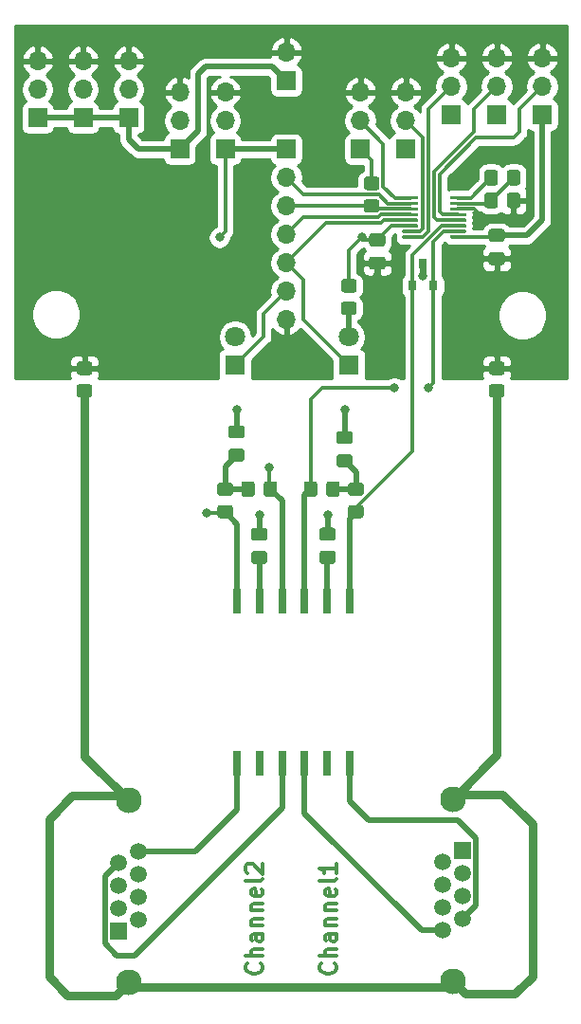
<source format=gbr>
%TF.GenerationSoftware,KiCad,Pcbnew,5.1.7-a382d34a8~87~ubuntu20.04.1*%
%TF.CreationDate,2020-11-04T11:30:01+01:00*%
%TF.ProjectId,isoSPI_Interface,69736f53-5049-45f4-996e-746572666163,rev?*%
%TF.SameCoordinates,Original*%
%TF.FileFunction,Copper,L1,Top*%
%TF.FilePolarity,Positive*%
%FSLAX46Y46*%
G04 Gerber Fmt 4.6, Leading zero omitted, Abs format (unit mm)*
G04 Created by KiCad (PCBNEW 5.1.7-a382d34a8~87~ubuntu20.04.1) date 2020-11-04 11:30:01*
%MOMM*%
%LPD*%
G01*
G04 APERTURE LIST*
%TA.AperFunction,NonConductor*%
%ADD10C,0.300000*%
%TD*%
%TA.AperFunction,ComponentPad*%
%ADD11C,2.300000*%
%TD*%
%TA.AperFunction,ComponentPad*%
%ADD12C,1.500000*%
%TD*%
%TA.AperFunction,ComponentPad*%
%ADD13R,1.500000X1.500000*%
%TD*%
%TA.AperFunction,SMDPad,CuDef*%
%ADD14R,0.800000X2.200000*%
%TD*%
%TA.AperFunction,ComponentPad*%
%ADD15O,1.700000X1.700000*%
%TD*%
%TA.AperFunction,ComponentPad*%
%ADD16R,1.700000X1.700000*%
%TD*%
%TA.AperFunction,ComponentPad*%
%ADD17C,1.800000*%
%TD*%
%TA.AperFunction,ComponentPad*%
%ADD18R,1.800000X1.800000*%
%TD*%
%TA.AperFunction,SMDPad,CuDef*%
%ADD19R,0.800000X0.900000*%
%TD*%
%TA.AperFunction,ViaPad*%
%ADD20C,0.800000*%
%TD*%
%TA.AperFunction,Conductor*%
%ADD21C,0.500000*%
%TD*%
%TA.AperFunction,Conductor*%
%ADD22C,0.300000*%
%TD*%
%TA.AperFunction,Conductor*%
%ADD23C,0.750000*%
%TD*%
%TA.AperFunction,Conductor*%
%ADD24C,0.254000*%
%TD*%
%TA.AperFunction,Conductor*%
%ADD25C,0.100000*%
%TD*%
G04 APERTURE END LIST*
D10*
X114835714Y-167068000D02*
X114907142Y-167139428D01*
X114978571Y-167353714D01*
X114978571Y-167496571D01*
X114907142Y-167710857D01*
X114764285Y-167853714D01*
X114621428Y-167925142D01*
X114335714Y-167996571D01*
X114121428Y-167996571D01*
X113835714Y-167925142D01*
X113692857Y-167853714D01*
X113550000Y-167710857D01*
X113478571Y-167496571D01*
X113478571Y-167353714D01*
X113550000Y-167139428D01*
X113621428Y-167068000D01*
X114978571Y-166425142D02*
X113478571Y-166425142D01*
X114978571Y-165782285D02*
X114192857Y-165782285D01*
X114050000Y-165853714D01*
X113978571Y-165996571D01*
X113978571Y-166210857D01*
X114050000Y-166353714D01*
X114121428Y-166425142D01*
X114978571Y-164425142D02*
X114192857Y-164425142D01*
X114050000Y-164496571D01*
X113978571Y-164639428D01*
X113978571Y-164925142D01*
X114050000Y-165068000D01*
X114907142Y-164425142D02*
X114978571Y-164568000D01*
X114978571Y-164925142D01*
X114907142Y-165068000D01*
X114764285Y-165139428D01*
X114621428Y-165139428D01*
X114478571Y-165068000D01*
X114407142Y-164925142D01*
X114407142Y-164568000D01*
X114335714Y-164425142D01*
X113978571Y-163710857D02*
X114978571Y-163710857D01*
X114121428Y-163710857D02*
X114050000Y-163639428D01*
X113978571Y-163496571D01*
X113978571Y-163282285D01*
X114050000Y-163139428D01*
X114192857Y-163068000D01*
X114978571Y-163068000D01*
X113978571Y-162353714D02*
X114978571Y-162353714D01*
X114121428Y-162353714D02*
X114050000Y-162282285D01*
X113978571Y-162139428D01*
X113978571Y-161925142D01*
X114050000Y-161782285D01*
X114192857Y-161710857D01*
X114978571Y-161710857D01*
X114907142Y-160425142D02*
X114978571Y-160568000D01*
X114978571Y-160853714D01*
X114907142Y-160996571D01*
X114764285Y-161068000D01*
X114192857Y-161068000D01*
X114050000Y-160996571D01*
X113978571Y-160853714D01*
X113978571Y-160568000D01*
X114050000Y-160425142D01*
X114192857Y-160353714D01*
X114335714Y-160353714D01*
X114478571Y-161068000D01*
X114978571Y-159496571D02*
X114907142Y-159639428D01*
X114764285Y-159710857D01*
X113478571Y-159710857D01*
X113621428Y-158996571D02*
X113550000Y-158925142D01*
X113478571Y-158782285D01*
X113478571Y-158425142D01*
X113550000Y-158282285D01*
X113621428Y-158210857D01*
X113764285Y-158139428D01*
X113907142Y-158139428D01*
X114121428Y-158210857D01*
X114978571Y-159068000D01*
X114978571Y-158139428D01*
X121439714Y-167068000D02*
X121511142Y-167139428D01*
X121582571Y-167353714D01*
X121582571Y-167496571D01*
X121511142Y-167710857D01*
X121368285Y-167853714D01*
X121225428Y-167925142D01*
X120939714Y-167996571D01*
X120725428Y-167996571D01*
X120439714Y-167925142D01*
X120296857Y-167853714D01*
X120154000Y-167710857D01*
X120082571Y-167496571D01*
X120082571Y-167353714D01*
X120154000Y-167139428D01*
X120225428Y-167068000D01*
X121582571Y-166425142D02*
X120082571Y-166425142D01*
X121582571Y-165782285D02*
X120796857Y-165782285D01*
X120654000Y-165853714D01*
X120582571Y-165996571D01*
X120582571Y-166210857D01*
X120654000Y-166353714D01*
X120725428Y-166425142D01*
X121582571Y-164425142D02*
X120796857Y-164425142D01*
X120654000Y-164496571D01*
X120582571Y-164639428D01*
X120582571Y-164925142D01*
X120654000Y-165068000D01*
X121511142Y-164425142D02*
X121582571Y-164568000D01*
X121582571Y-164925142D01*
X121511142Y-165068000D01*
X121368285Y-165139428D01*
X121225428Y-165139428D01*
X121082571Y-165068000D01*
X121011142Y-164925142D01*
X121011142Y-164568000D01*
X120939714Y-164425142D01*
X120582571Y-163710857D02*
X121582571Y-163710857D01*
X120725428Y-163710857D02*
X120654000Y-163639428D01*
X120582571Y-163496571D01*
X120582571Y-163282285D01*
X120654000Y-163139428D01*
X120796857Y-163068000D01*
X121582571Y-163068000D01*
X120582571Y-162353714D02*
X121582571Y-162353714D01*
X120725428Y-162353714D02*
X120654000Y-162282285D01*
X120582571Y-162139428D01*
X120582571Y-161925142D01*
X120654000Y-161782285D01*
X120796857Y-161710857D01*
X121582571Y-161710857D01*
X121511142Y-160425142D02*
X121582571Y-160568000D01*
X121582571Y-160853714D01*
X121511142Y-160996571D01*
X121368285Y-161068000D01*
X120796857Y-161068000D01*
X120654000Y-160996571D01*
X120582571Y-160853714D01*
X120582571Y-160568000D01*
X120654000Y-160425142D01*
X120796857Y-160353714D01*
X120939714Y-160353714D01*
X121082571Y-161068000D01*
X121582571Y-159496571D02*
X121511142Y-159639428D01*
X121368285Y-159710857D01*
X120082571Y-159710857D01*
X121582571Y-158139428D02*
X121582571Y-158996571D01*
X121582571Y-158568000D02*
X120082571Y-158568000D01*
X120296857Y-158710857D01*
X120439714Y-158853714D01*
X120511142Y-158996571D01*
D11*
%TO.P,J102,SH*%
%TO.N,Net-(J102-PadSH)*%
X131952000Y-152402000D03*
X131952000Y-168662000D03*
D12*
%TO.P,J102,8*%
%TO.N,/Transformer/isoSPI_OUT-_Header*%
X131062000Y-164084000D03*
%TO.P,J102,6*%
%TO.N,Net-(J102-Pad6)*%
X131062000Y-162052000D03*
%TO.P,J102,4*%
%TO.N,Net-(J102-Pad4)*%
X131062000Y-160020000D03*
%TO.P,J102,2*%
%TO.N,Net-(J102-Pad2)*%
X131062000Y-157988000D03*
%TO.P,J102,7*%
%TO.N,/Transformer/isoSPI_OUT+_Header*%
X132842000Y-163068000D03*
%TO.P,J102,5*%
%TO.N,Net-(J102-Pad5)*%
X132842000Y-161036000D03*
%TO.P,J102,3*%
%TO.N,Net-(J102-Pad3)*%
X132842000Y-159004000D03*
D13*
%TO.P,J102,1*%
%TO.N,Net-(J102-Pad1)*%
X132842000Y-156972000D03*
%TD*%
D11*
%TO.P,J104,SH*%
%TO.N,Net-(J102-PadSH)*%
X102998000Y-168781000D03*
X102998000Y-152521000D03*
D12*
%TO.P,J104,8*%
%TO.N,/Transformer/isoSPI_IN-_Header*%
X103888000Y-157099000D03*
%TO.P,J104,6*%
%TO.N,Net-(J104-Pad6)*%
X103888000Y-159131000D03*
%TO.P,J104,4*%
%TO.N,Net-(J104-Pad4)*%
X103888000Y-161163000D03*
%TO.P,J104,2*%
%TO.N,Net-(J104-Pad2)*%
X103888000Y-163195000D03*
%TO.P,J104,7*%
%TO.N,/Transformer/isoSPI_IN+_Header*%
X102108000Y-158115000D03*
%TO.P,J104,5*%
%TO.N,Net-(J104-Pad5)*%
X102108000Y-160147000D03*
%TO.P,J104,3*%
%TO.N,Net-(J104-Pad3)*%
X102108000Y-162179000D03*
D13*
%TO.P,J104,1*%
%TO.N,Net-(J104-Pad1)*%
X102108000Y-164211000D03*
%TD*%
D14*
%TO.P,T301,12*%
%TO.N,/Transformer/isoSPI_OUT+_Header*%
X122729000Y-149211000D03*
%TO.P,T301,11*%
%TO.N,Net-(T301-Pad11)*%
X120729000Y-149211000D03*
%TO.P,T301,10*%
%TO.N,/Transformer/isoSPI_OUT-_Header*%
X118729000Y-149211000D03*
%TO.P,T301,9*%
%TO.N,/Transformer/isoSPI_IN+_Header*%
X116729000Y-149211000D03*
%TO.P,T301,8*%
%TO.N,Net-(T301-Pad8)*%
X114729000Y-149211000D03*
%TO.P,T301,7*%
%TO.N,/Transformer/isoSPI_IN-_Header*%
X112729000Y-149211000D03*
%TO.P,T301,6*%
%TO.N,/SPI_Convert_2/IM*%
X112729000Y-134761000D03*
%TO.P,T301,5*%
%TO.N,Net-(C303-Pad1)*%
X114729000Y-134761000D03*
%TO.P,T301,4*%
%TO.N,/SPI_Convert_2/IP*%
X116729000Y-134761000D03*
%TO.P,T301,3*%
%TO.N,/SPI_Convert_1/IM*%
X118729000Y-134761000D03*
%TO.P,T301,2*%
%TO.N,Net-(C302-Pad1)*%
X120729000Y-134761000D03*
%TO.P,T301,1*%
%TO.N,/SPI_Convert_1/IP*%
X122729000Y-134761000D03*
%TD*%
%TO.P,R304,2*%
%TO.N,Net-(C304-Pad1)*%
%TA.AperFunction,SMDPad,CuDef*%
G36*
G01*
X112083001Y-125330000D02*
X111182999Y-125330000D01*
G75*
G02*
X110933000Y-125080001I0J249999D01*
G01*
X110933000Y-124379999D01*
G75*
G02*
X111182999Y-124130000I249999J0D01*
G01*
X112083001Y-124130000D01*
G75*
G02*
X112333000Y-124379999I0J-249999D01*
G01*
X112333000Y-125080001D01*
G75*
G02*
X112083001Y-125330000I-249999J0D01*
G01*
G37*
%TD.AperFunction*%
%TO.P,R304,1*%
%TO.N,/SPI_Convert_2/IM*%
%TA.AperFunction,SMDPad,CuDef*%
G36*
G01*
X112083001Y-127330000D02*
X111182999Y-127330000D01*
G75*
G02*
X110933000Y-127080001I0J249999D01*
G01*
X110933000Y-126379999D01*
G75*
G02*
X111182999Y-126130000I249999J0D01*
G01*
X112083001Y-126130000D01*
G75*
G02*
X112333000Y-126379999I0J-249999D01*
G01*
X112333000Y-127080001D01*
G75*
G02*
X112083001Y-127330000I-249999J0D01*
G01*
G37*
%TD.AperFunction*%
%TD*%
%TO.P,R303,2*%
%TO.N,/SPI_Convert_2/IP*%
%TA.AperFunction,SMDPad,CuDef*%
G36*
G01*
X115081000Y-125164001D02*
X115081000Y-124263999D01*
G75*
G02*
X115330999Y-124014000I249999J0D01*
G01*
X116031001Y-124014000D01*
G75*
G02*
X116281000Y-124263999I0J-249999D01*
G01*
X116281000Y-125164001D01*
G75*
G02*
X116031001Y-125414000I-249999J0D01*
G01*
X115330999Y-125414000D01*
G75*
G02*
X115081000Y-125164001I0J249999D01*
G01*
G37*
%TD.AperFunction*%
%TO.P,R303,1*%
%TO.N,Net-(C304-Pad1)*%
%TA.AperFunction,SMDPad,CuDef*%
G36*
G01*
X113081000Y-125164001D02*
X113081000Y-124263999D01*
G75*
G02*
X113330999Y-124014000I249999J0D01*
G01*
X114031001Y-124014000D01*
G75*
G02*
X114281000Y-124263999I0J-249999D01*
G01*
X114281000Y-125164001D01*
G75*
G02*
X114031001Y-125414000I-249999J0D01*
G01*
X113330999Y-125414000D01*
G75*
G02*
X113081000Y-125164001I0J249999D01*
G01*
G37*
%TD.AperFunction*%
%TD*%
%TO.P,R302,2*%
%TO.N,Net-(C301-Pad1)*%
%TA.AperFunction,SMDPad,CuDef*%
G36*
G01*
X120669000Y-125164001D02*
X120669000Y-124263999D01*
G75*
G02*
X120918999Y-124014000I249999J0D01*
G01*
X121619001Y-124014000D01*
G75*
G02*
X121869000Y-124263999I0J-249999D01*
G01*
X121869000Y-125164001D01*
G75*
G02*
X121619001Y-125414000I-249999J0D01*
G01*
X120918999Y-125414000D01*
G75*
G02*
X120669000Y-125164001I0J249999D01*
G01*
G37*
%TD.AperFunction*%
%TO.P,R302,1*%
%TO.N,/SPI_Convert_1/IM*%
%TA.AperFunction,SMDPad,CuDef*%
G36*
G01*
X118669000Y-125164001D02*
X118669000Y-124263999D01*
G75*
G02*
X118918999Y-124014000I249999J0D01*
G01*
X119619001Y-124014000D01*
G75*
G02*
X119869000Y-124263999I0J-249999D01*
G01*
X119869000Y-125164001D01*
G75*
G02*
X119619001Y-125414000I-249999J0D01*
G01*
X118918999Y-125414000D01*
G75*
G02*
X118669000Y-125164001I0J249999D01*
G01*
G37*
%TD.AperFunction*%
%TD*%
%TO.P,R301,2*%
%TO.N,/SPI_Convert_1/IP*%
%TA.AperFunction,SMDPad,CuDef*%
G36*
G01*
X122866999Y-126130000D02*
X123767001Y-126130000D01*
G75*
G02*
X124017000Y-126379999I0J-249999D01*
G01*
X124017000Y-127080001D01*
G75*
G02*
X123767001Y-127330000I-249999J0D01*
G01*
X122866999Y-127330000D01*
G75*
G02*
X122617000Y-127080001I0J249999D01*
G01*
X122617000Y-126379999D01*
G75*
G02*
X122866999Y-126130000I249999J0D01*
G01*
G37*
%TD.AperFunction*%
%TO.P,R301,1*%
%TO.N,Net-(C301-Pad1)*%
%TA.AperFunction,SMDPad,CuDef*%
G36*
G01*
X122866999Y-124130000D02*
X123767001Y-124130000D01*
G75*
G02*
X124017000Y-124379999I0J-249999D01*
G01*
X124017000Y-125080001D01*
G75*
G02*
X123767001Y-125330000I-249999J0D01*
G01*
X122866999Y-125330000D01*
G75*
G02*
X122617000Y-125080001I0J249999D01*
G01*
X122617000Y-124379999D01*
G75*
G02*
X122866999Y-124130000I249999J0D01*
G01*
G37*
%TD.AperFunction*%
%TD*%
%TO.P,R203,2*%
%TO.N,GND*%
%TA.AperFunction,SMDPad,CuDef*%
G36*
G01*
X136798000Y-99383001D02*
X136798000Y-98482999D01*
G75*
G02*
X137047999Y-98233000I249999J0D01*
G01*
X137748001Y-98233000D01*
G75*
G02*
X137998000Y-98482999I0J-249999D01*
G01*
X137998000Y-99383001D01*
G75*
G02*
X137748001Y-99633000I-249999J0D01*
G01*
X137047999Y-99633000D01*
G75*
G02*
X136798000Y-99383001I0J249999D01*
G01*
G37*
%TD.AperFunction*%
%TO.P,R203,1*%
%TO.N,/SPI_Convert_1/ICMP*%
%TA.AperFunction,SMDPad,CuDef*%
G36*
G01*
X134798000Y-99383001D02*
X134798000Y-98482999D01*
G75*
G02*
X135047999Y-98233000I249999J0D01*
G01*
X135748001Y-98233000D01*
G75*
G02*
X135998000Y-98482999I0J-249999D01*
G01*
X135998000Y-99383001D01*
G75*
G02*
X135748001Y-99633000I-249999J0D01*
G01*
X135047999Y-99633000D01*
G75*
G02*
X134798000Y-99383001I0J249999D01*
G01*
G37*
%TD.AperFunction*%
%TD*%
%TO.P,R202,2*%
%TO.N,/SPI_Convert_1/ICMP*%
%TA.AperFunction,SMDPad,CuDef*%
G36*
G01*
X136798000Y-97351001D02*
X136798000Y-96450999D01*
G75*
G02*
X137047999Y-96201000I249999J0D01*
G01*
X137748001Y-96201000D01*
G75*
G02*
X137998000Y-96450999I0J-249999D01*
G01*
X137998000Y-97351001D01*
G75*
G02*
X137748001Y-97601000I-249999J0D01*
G01*
X137047999Y-97601000D01*
G75*
G02*
X136798000Y-97351001I0J249999D01*
G01*
G37*
%TD.AperFunction*%
%TO.P,R202,1*%
%TO.N,/SPI_Convert_1/IBIAS*%
%TA.AperFunction,SMDPad,CuDef*%
G36*
G01*
X134798000Y-97351001D02*
X134798000Y-96450999D01*
G75*
G02*
X135047999Y-96201000I249999J0D01*
G01*
X135748001Y-96201000D01*
G75*
G02*
X135998000Y-96450999I0J-249999D01*
G01*
X135998000Y-97351001D01*
G75*
G02*
X135748001Y-97601000I-249999J0D01*
G01*
X135047999Y-97601000D01*
G75*
G02*
X134798000Y-97351001I0J249999D01*
G01*
G37*
%TD.AperFunction*%
%TD*%
%TO.P,R201,2*%
%TO.N,SDO*%
%TA.AperFunction,SMDPad,CuDef*%
G36*
G01*
X124263999Y-98825000D02*
X125164001Y-98825000D01*
G75*
G02*
X125414000Y-99074999I0J-249999D01*
G01*
X125414000Y-99775001D01*
G75*
G02*
X125164001Y-100025000I-249999J0D01*
G01*
X124263999Y-100025000D01*
G75*
G02*
X124014000Y-99775001I0J249999D01*
G01*
X124014000Y-99074999D01*
G75*
G02*
X124263999Y-98825000I249999J0D01*
G01*
G37*
%TD.AperFunction*%
%TO.P,R201,1*%
%TO.N,V_SPI*%
%TA.AperFunction,SMDPad,CuDef*%
G36*
G01*
X124263999Y-96825000D02*
X125164001Y-96825000D01*
G75*
G02*
X125414000Y-97074999I0J-249999D01*
G01*
X125414000Y-97775001D01*
G75*
G02*
X125164001Y-98025000I-249999J0D01*
G01*
X124263999Y-98025000D01*
G75*
G02*
X124014000Y-97775001I0J249999D01*
G01*
X124014000Y-97074999D01*
G75*
G02*
X124263999Y-96825000I249999J0D01*
G01*
G37*
%TD.AperFunction*%
%TD*%
%TO.P,R103,2*%
%TO.N,Net-(J102-PadSH)*%
%TA.AperFunction,SMDPad,CuDef*%
G36*
G01*
X98609999Y-115335000D02*
X99510001Y-115335000D01*
G75*
G02*
X99760000Y-115584999I0J-249999D01*
G01*
X99760000Y-116285001D01*
G75*
G02*
X99510001Y-116535000I-249999J0D01*
G01*
X98609999Y-116535000D01*
G75*
G02*
X98360000Y-116285001I0J249999D01*
G01*
X98360000Y-115584999D01*
G75*
G02*
X98609999Y-115335000I249999J0D01*
G01*
G37*
%TD.AperFunction*%
%TO.P,R103,1*%
%TO.N,GND*%
%TA.AperFunction,SMDPad,CuDef*%
G36*
G01*
X98609999Y-113335000D02*
X99510001Y-113335000D01*
G75*
G02*
X99760000Y-113584999I0J-249999D01*
G01*
X99760000Y-114285001D01*
G75*
G02*
X99510001Y-114535000I-249999J0D01*
G01*
X98609999Y-114535000D01*
G75*
G02*
X98360000Y-114285001I0J249999D01*
G01*
X98360000Y-113584999D01*
G75*
G02*
X98609999Y-113335000I249999J0D01*
G01*
G37*
%TD.AperFunction*%
%TD*%
%TO.P,R102,2*%
%TO.N,V_SPI*%
%TA.AperFunction,SMDPad,CuDef*%
G36*
G01*
X123132001Y-107169000D02*
X122231999Y-107169000D01*
G75*
G02*
X121982000Y-106919001I0J249999D01*
G01*
X121982000Y-106218999D01*
G75*
G02*
X122231999Y-105969000I249999J0D01*
G01*
X123132001Y-105969000D01*
G75*
G02*
X123382000Y-106218999I0J-249999D01*
G01*
X123382000Y-106919001D01*
G75*
G02*
X123132001Y-107169000I-249999J0D01*
G01*
G37*
%TD.AperFunction*%
%TO.P,R102,1*%
%TO.N,Net-(D101-Pad2)*%
%TA.AperFunction,SMDPad,CuDef*%
G36*
G01*
X123132001Y-109169000D02*
X122231999Y-109169000D01*
G75*
G02*
X121982000Y-108919001I0J249999D01*
G01*
X121982000Y-108218999D01*
G75*
G02*
X122231999Y-107969000I249999J0D01*
G01*
X123132001Y-107969000D01*
G75*
G02*
X123382000Y-108218999I0J-249999D01*
G01*
X123382000Y-108919001D01*
G75*
G02*
X123132001Y-109169000I-249999J0D01*
G01*
G37*
%TD.AperFunction*%
%TD*%
%TO.P,R101,2*%
%TO.N,Net-(J102-PadSH)*%
%TA.AperFunction,SMDPad,CuDef*%
G36*
G01*
X135439999Y-115335000D02*
X136340001Y-115335000D01*
G75*
G02*
X136590000Y-115584999I0J-249999D01*
G01*
X136590000Y-116285001D01*
G75*
G02*
X136340001Y-116535000I-249999J0D01*
G01*
X135439999Y-116535000D01*
G75*
G02*
X135190000Y-116285001I0J249999D01*
G01*
X135190000Y-115584999D01*
G75*
G02*
X135439999Y-115335000I249999J0D01*
G01*
G37*
%TD.AperFunction*%
%TO.P,R101,1*%
%TO.N,GND*%
%TA.AperFunction,SMDPad,CuDef*%
G36*
G01*
X135439999Y-113335000D02*
X136340001Y-113335000D01*
G75*
G02*
X136590000Y-113584999I0J-249999D01*
G01*
X136590000Y-114285001D01*
G75*
G02*
X136340001Y-114535000I-249999J0D01*
G01*
X135439999Y-114535000D01*
G75*
G02*
X135190000Y-114285001I0J249999D01*
G01*
X135190000Y-113584999D01*
G75*
G02*
X135439999Y-113335000I249999J0D01*
G01*
G37*
%TD.AperFunction*%
%TD*%
D15*
%TO.P,J405,3*%
%TO.N,GND*%
X98933000Y-86487000D03*
%TO.P,J405,2*%
%TO.N,/SPI_Convert_2/MSTR*%
X98933000Y-89027000D03*
D16*
%TO.P,J405,1*%
%TO.N,+5V*%
X98933000Y-91567000D03*
%TD*%
D15*
%TO.P,J404,3*%
%TO.N,GND*%
X102997000Y-86487000D03*
%TO.P,J404,2*%
%TO.N,/SPI_Convert_2/PHA*%
X102997000Y-89027000D03*
D16*
%TO.P,J404,1*%
%TO.N,+5V*%
X102997000Y-91567000D03*
%TD*%
D15*
%TO.P,J403,3*%
%TO.N,GND*%
X94869000Y-86487000D03*
%TO.P,J403,2*%
%TO.N,/SPI_Convert_2/SLOW*%
X94869000Y-89027000D03*
D16*
%TO.P,J403,1*%
%TO.N,+5V*%
X94869000Y-91567000D03*
%TD*%
D15*
%TO.P,J402,3*%
%TO.N,GND*%
X107569000Y-89281000D03*
%TO.P,J402,2*%
%TO.N,/SPI_Convert_2/POL*%
X107569000Y-91821000D03*
D16*
%TO.P,J402,1*%
%TO.N,+5V*%
X107569000Y-94361000D03*
%TD*%
D15*
%TO.P,J401,3*%
%TO.N,GND*%
X111633000Y-89281000D03*
%TO.P,J401,2*%
%TO.N,/SPI_Convert_2/EN*%
X111633000Y-91821000D03*
D16*
%TO.P,J401,1*%
%TO.N,V_SPI*%
X111633000Y-94361000D03*
%TD*%
D15*
%TO.P,J205,3*%
%TO.N,GND*%
X135890000Y-86233000D03*
%TO.P,J205,2*%
%TO.N,/SPI_Convert_1/MSTR*%
X135890000Y-88773000D03*
D16*
%TO.P,J205,1*%
%TO.N,+5V*%
X135890000Y-91313000D03*
%TD*%
D15*
%TO.P,J204,3*%
%TO.N,GND*%
X131826000Y-86233000D03*
%TO.P,J204,2*%
%TO.N,/SPI_Convert_1/PHA*%
X131826000Y-88773000D03*
D16*
%TO.P,J204,1*%
%TO.N,+5V*%
X131826000Y-91313000D03*
%TD*%
D15*
%TO.P,J203,3*%
%TO.N,GND*%
X139954000Y-86233000D03*
%TO.P,J203,2*%
%TO.N,/SPI_Convert_1/SLOW*%
X139954000Y-88773000D03*
D16*
%TO.P,J203,1*%
%TO.N,+5V*%
X139954000Y-91313000D03*
%TD*%
D15*
%TO.P,J202,3*%
%TO.N,GND*%
X127762000Y-89281000D03*
%TO.P,J202,2*%
%TO.N,/SPI_Convert_1/POL*%
X127762000Y-91821000D03*
D16*
%TO.P,J202,1*%
%TO.N,+5V*%
X127762000Y-94361000D03*
%TD*%
D15*
%TO.P,J201,3*%
%TO.N,GND*%
X123698000Y-89281000D03*
%TO.P,J201,2*%
%TO.N,/SPI_Convert_1/EN*%
X123698000Y-91821000D03*
D16*
%TO.P,J201,1*%
%TO.N,V_SPI*%
X123698000Y-94361000D03*
%TD*%
D15*
%TO.P,J103,7*%
%TO.N,GND*%
X117094000Y-109601000D03*
%TO.P,J103,6*%
%TO.N,~CS_2*%
X117094000Y-107061000D03*
%TO.P,J103,5*%
%TO.N,~CS_1*%
X117094000Y-104521000D03*
%TO.P,J103,4*%
%TO.N,SCK*%
X117094000Y-101981000D03*
%TO.P,J103,3*%
%TO.N,SDO*%
X117094000Y-99441000D03*
%TO.P,J103,2*%
%TO.N,SDI*%
X117094000Y-96901000D03*
D16*
%TO.P,J103,1*%
%TO.N,V_SPI*%
X117094000Y-94361000D03*
%TD*%
D15*
%TO.P,J101,2*%
%TO.N,GND*%
X117094000Y-85725000D03*
D16*
%TO.P,J101,1*%
%TO.N,+5V*%
X117094000Y-88265000D03*
%TD*%
%TO.P,IC201,16*%
%TO.N,/SPI_Convert_1/IBIAS*%
%TA.AperFunction,SMDPad,CuDef*%
G36*
G01*
X131727000Y-98782000D02*
X131727000Y-98632000D01*
G75*
G02*
X131802000Y-98557000I75000J0D01*
G01*
X133102000Y-98557000D01*
G75*
G02*
X133177000Y-98632000I0J-75000D01*
G01*
X133177000Y-98782000D01*
G75*
G02*
X133102000Y-98857000I-75000J0D01*
G01*
X131802000Y-98857000D01*
G75*
G02*
X131727000Y-98782000I0J75000D01*
G01*
G37*
%TD.AperFunction*%
%TO.P,IC201,15*%
%TO.N,/SPI_Convert_1/ICMP*%
%TA.AperFunction,SMDPad,CuDef*%
G36*
G01*
X131727000Y-99282000D02*
X131727000Y-99132000D01*
G75*
G02*
X131802000Y-99057000I75000J0D01*
G01*
X133102000Y-99057000D01*
G75*
G02*
X133177000Y-99132000I0J-75000D01*
G01*
X133177000Y-99282000D01*
G75*
G02*
X133102000Y-99357000I-75000J0D01*
G01*
X131802000Y-99357000D01*
G75*
G02*
X131727000Y-99282000I0J75000D01*
G01*
G37*
%TD.AperFunction*%
%TO.P,IC201,14*%
%TO.N,GND*%
%TA.AperFunction,SMDPad,CuDef*%
G36*
G01*
X131727000Y-99782000D02*
X131727000Y-99632000D01*
G75*
G02*
X131802000Y-99557000I75000J0D01*
G01*
X133102000Y-99557000D01*
G75*
G02*
X133177000Y-99632000I0J-75000D01*
G01*
X133177000Y-99782000D01*
G75*
G02*
X133102000Y-99857000I-75000J0D01*
G01*
X131802000Y-99857000D01*
G75*
G02*
X131727000Y-99782000I0J75000D01*
G01*
G37*
%TD.AperFunction*%
%TO.P,IC201,13*%
%TO.N,/SPI_Convert_1/SLOW*%
%TA.AperFunction,SMDPad,CuDef*%
G36*
G01*
X131727000Y-100282000D02*
X131727000Y-100132000D01*
G75*
G02*
X131802000Y-100057000I75000J0D01*
G01*
X133102000Y-100057000D01*
G75*
G02*
X133177000Y-100132000I0J-75000D01*
G01*
X133177000Y-100282000D01*
G75*
G02*
X133102000Y-100357000I-75000J0D01*
G01*
X131802000Y-100357000D01*
G75*
G02*
X131727000Y-100282000I0J75000D01*
G01*
G37*
%TD.AperFunction*%
%TO.P,IC201,12*%
%TO.N,/SPI_Convert_1/MSTR*%
%TA.AperFunction,SMDPad,CuDef*%
G36*
G01*
X131727000Y-100782000D02*
X131727000Y-100632000D01*
G75*
G02*
X131802000Y-100557000I75000J0D01*
G01*
X133102000Y-100557000D01*
G75*
G02*
X133177000Y-100632000I0J-75000D01*
G01*
X133177000Y-100782000D01*
G75*
G02*
X133102000Y-100857000I-75000J0D01*
G01*
X131802000Y-100857000D01*
G75*
G02*
X131727000Y-100782000I0J75000D01*
G01*
G37*
%TD.AperFunction*%
%TO.P,IC201,11*%
%TO.N,/SPI_Convert_1/IP*%
%TA.AperFunction,SMDPad,CuDef*%
G36*
G01*
X131727000Y-101282000D02*
X131727000Y-101132000D01*
G75*
G02*
X131802000Y-101057000I75000J0D01*
G01*
X133102000Y-101057000D01*
G75*
G02*
X133177000Y-101132000I0J-75000D01*
G01*
X133177000Y-101282000D01*
G75*
G02*
X133102000Y-101357000I-75000J0D01*
G01*
X131802000Y-101357000D01*
G75*
G02*
X131727000Y-101282000I0J75000D01*
G01*
G37*
%TD.AperFunction*%
%TO.P,IC201,10*%
%TO.N,/SPI_Convert_1/IM*%
%TA.AperFunction,SMDPad,CuDef*%
G36*
G01*
X131727000Y-101782000D02*
X131727000Y-101632000D01*
G75*
G02*
X131802000Y-101557000I75000J0D01*
G01*
X133102000Y-101557000D01*
G75*
G02*
X133177000Y-101632000I0J-75000D01*
G01*
X133177000Y-101782000D01*
G75*
G02*
X133102000Y-101857000I-75000J0D01*
G01*
X131802000Y-101857000D01*
G75*
G02*
X131727000Y-101782000I0J75000D01*
G01*
G37*
%TD.AperFunction*%
%TO.P,IC201,9*%
%TO.N,+5V*%
%TA.AperFunction,SMDPad,CuDef*%
G36*
G01*
X131727000Y-102282000D02*
X131727000Y-102132000D01*
G75*
G02*
X131802000Y-102057000I75000J0D01*
G01*
X133102000Y-102057000D01*
G75*
G02*
X133177000Y-102132000I0J-75000D01*
G01*
X133177000Y-102282000D01*
G75*
G02*
X133102000Y-102357000I-75000J0D01*
G01*
X131802000Y-102357000D01*
G75*
G02*
X131727000Y-102282000I0J75000D01*
G01*
G37*
%TD.AperFunction*%
%TO.P,IC201,8*%
%TO.N,/SPI_Convert_1/PHA*%
%TA.AperFunction,SMDPad,CuDef*%
G36*
G01*
X127427000Y-102282000D02*
X127427000Y-102132000D01*
G75*
G02*
X127502000Y-102057000I75000J0D01*
G01*
X128802000Y-102057000D01*
G75*
G02*
X128877000Y-102132000I0J-75000D01*
G01*
X128877000Y-102282000D01*
G75*
G02*
X128802000Y-102357000I-75000J0D01*
G01*
X127502000Y-102357000D01*
G75*
G02*
X127427000Y-102282000I0J75000D01*
G01*
G37*
%TD.AperFunction*%
%TO.P,IC201,7*%
%TO.N,/SPI_Convert_1/POL*%
%TA.AperFunction,SMDPad,CuDef*%
G36*
G01*
X127427000Y-101782000D02*
X127427000Y-101632000D01*
G75*
G02*
X127502000Y-101557000I75000J0D01*
G01*
X128802000Y-101557000D01*
G75*
G02*
X128877000Y-101632000I0J-75000D01*
G01*
X128877000Y-101782000D01*
G75*
G02*
X128802000Y-101857000I-75000J0D01*
G01*
X127502000Y-101857000D01*
G75*
G02*
X127427000Y-101782000I0J75000D01*
G01*
G37*
%TD.AperFunction*%
%TO.P,IC201,6*%
%TO.N,V_SPI*%
%TA.AperFunction,SMDPad,CuDef*%
G36*
G01*
X127427000Y-101282000D02*
X127427000Y-101132000D01*
G75*
G02*
X127502000Y-101057000I75000J0D01*
G01*
X128802000Y-101057000D01*
G75*
G02*
X128877000Y-101132000I0J-75000D01*
G01*
X128877000Y-101282000D01*
G75*
G02*
X128802000Y-101357000I-75000J0D01*
G01*
X127502000Y-101357000D01*
G75*
G02*
X127427000Y-101282000I0J75000D01*
G01*
G37*
%TD.AperFunction*%
%TO.P,IC201,5*%
%TO.N,~CS_1*%
%TA.AperFunction,SMDPad,CuDef*%
G36*
G01*
X127427000Y-100782000D02*
X127427000Y-100632000D01*
G75*
G02*
X127502000Y-100557000I75000J0D01*
G01*
X128802000Y-100557000D01*
G75*
G02*
X128877000Y-100632000I0J-75000D01*
G01*
X128877000Y-100782000D01*
G75*
G02*
X128802000Y-100857000I-75000J0D01*
G01*
X127502000Y-100857000D01*
G75*
G02*
X127427000Y-100782000I0J75000D01*
G01*
G37*
%TD.AperFunction*%
%TO.P,IC201,4*%
%TO.N,SCK*%
%TA.AperFunction,SMDPad,CuDef*%
G36*
G01*
X127427000Y-100282000D02*
X127427000Y-100132000D01*
G75*
G02*
X127502000Y-100057000I75000J0D01*
G01*
X128802000Y-100057000D01*
G75*
G02*
X128877000Y-100132000I0J-75000D01*
G01*
X128877000Y-100282000D01*
G75*
G02*
X128802000Y-100357000I-75000J0D01*
G01*
X127502000Y-100357000D01*
G75*
G02*
X127427000Y-100282000I0J75000D01*
G01*
G37*
%TD.AperFunction*%
%TO.P,IC201,3*%
%TO.N,SDO*%
%TA.AperFunction,SMDPad,CuDef*%
G36*
G01*
X127427000Y-99782000D02*
X127427000Y-99632000D01*
G75*
G02*
X127502000Y-99557000I75000J0D01*
G01*
X128802000Y-99557000D01*
G75*
G02*
X128877000Y-99632000I0J-75000D01*
G01*
X128877000Y-99782000D01*
G75*
G02*
X128802000Y-99857000I-75000J0D01*
G01*
X127502000Y-99857000D01*
G75*
G02*
X127427000Y-99782000I0J75000D01*
G01*
G37*
%TD.AperFunction*%
%TO.P,IC201,2*%
%TO.N,SDI*%
%TA.AperFunction,SMDPad,CuDef*%
G36*
G01*
X127427000Y-99282000D02*
X127427000Y-99132000D01*
G75*
G02*
X127502000Y-99057000I75000J0D01*
G01*
X128802000Y-99057000D01*
G75*
G02*
X128877000Y-99132000I0J-75000D01*
G01*
X128877000Y-99282000D01*
G75*
G02*
X128802000Y-99357000I-75000J0D01*
G01*
X127502000Y-99357000D01*
G75*
G02*
X127427000Y-99282000I0J75000D01*
G01*
G37*
%TD.AperFunction*%
%TO.P,IC201,1*%
%TO.N,/SPI_Convert_1/EN*%
%TA.AperFunction,SMDPad,CuDef*%
G36*
G01*
X127427000Y-98782000D02*
X127427000Y-98632000D01*
G75*
G02*
X127502000Y-98557000I75000J0D01*
G01*
X128802000Y-98557000D01*
G75*
G02*
X128877000Y-98632000I0J-75000D01*
G01*
X128877000Y-98782000D01*
G75*
G02*
X128802000Y-98857000I-75000J0D01*
G01*
X127502000Y-98857000D01*
G75*
G02*
X127427000Y-98782000I0J75000D01*
G01*
G37*
%TD.AperFunction*%
%TD*%
D17*
%TO.P,D103,2*%
%TO.N,Net-(D103-Pad2)*%
X112522000Y-111125000D03*
D18*
%TO.P,D103,1*%
%TO.N,~CS_2*%
X112522000Y-113665000D03*
%TD*%
D19*
%TO.P,D102,3*%
%TO.N,GND*%
X129286000Y-104553000D03*
%TO.P,D102,2*%
%TO.N,/SPI_Convert_1/IM*%
X130236000Y-106553000D03*
%TO.P,D102,1*%
%TO.N,/SPI_Convert_1/IP*%
X128336000Y-106553000D03*
%TD*%
D17*
%TO.P,D101,2*%
%TO.N,Net-(D101-Pad2)*%
X122682000Y-111125000D03*
D18*
%TO.P,D101,1*%
%TO.N,~CS_1*%
X122682000Y-113665000D03*
%TD*%
%TO.P,C304,2*%
%TO.N,GND*%
%TA.AperFunction,SMDPad,CuDef*%
G36*
G01*
X113124000Y-120200000D02*
X112174000Y-120200000D01*
G75*
G02*
X111924000Y-119950000I0J250000D01*
G01*
X111924000Y-119275000D01*
G75*
G02*
X112174000Y-119025000I250000J0D01*
G01*
X113124000Y-119025000D01*
G75*
G02*
X113374000Y-119275000I0J-250000D01*
G01*
X113374000Y-119950000D01*
G75*
G02*
X113124000Y-120200000I-250000J0D01*
G01*
G37*
%TD.AperFunction*%
%TO.P,C304,1*%
%TO.N,Net-(C304-Pad1)*%
%TA.AperFunction,SMDPad,CuDef*%
G36*
G01*
X113124000Y-122275000D02*
X112174000Y-122275000D01*
G75*
G02*
X111924000Y-122025000I0J250000D01*
G01*
X111924000Y-121350000D01*
G75*
G02*
X112174000Y-121100000I250000J0D01*
G01*
X113124000Y-121100000D01*
G75*
G02*
X113374000Y-121350000I0J-250000D01*
G01*
X113374000Y-122025000D01*
G75*
G02*
X113124000Y-122275000I-250000J0D01*
G01*
G37*
%TD.AperFunction*%
%TD*%
%TO.P,C303,2*%
%TO.N,GND*%
%TA.AperFunction,SMDPad,CuDef*%
G36*
G01*
X115156000Y-129344000D02*
X114206000Y-129344000D01*
G75*
G02*
X113956000Y-129094000I0J250000D01*
G01*
X113956000Y-128419000D01*
G75*
G02*
X114206000Y-128169000I250000J0D01*
G01*
X115156000Y-128169000D01*
G75*
G02*
X115406000Y-128419000I0J-250000D01*
G01*
X115406000Y-129094000D01*
G75*
G02*
X115156000Y-129344000I-250000J0D01*
G01*
G37*
%TD.AperFunction*%
%TO.P,C303,1*%
%TO.N,Net-(C303-Pad1)*%
%TA.AperFunction,SMDPad,CuDef*%
G36*
G01*
X115156000Y-131419000D02*
X114206000Y-131419000D01*
G75*
G02*
X113956000Y-131169000I0J250000D01*
G01*
X113956000Y-130494000D01*
G75*
G02*
X114206000Y-130244000I250000J0D01*
G01*
X115156000Y-130244000D01*
G75*
G02*
X115406000Y-130494000I0J-250000D01*
G01*
X115406000Y-131169000D01*
G75*
G02*
X115156000Y-131419000I-250000J0D01*
G01*
G37*
%TD.AperFunction*%
%TD*%
%TO.P,C302,2*%
%TO.N,GND*%
%TA.AperFunction,SMDPad,CuDef*%
G36*
G01*
X121252000Y-129322500D02*
X120302000Y-129322500D01*
G75*
G02*
X120052000Y-129072500I0J250000D01*
G01*
X120052000Y-128397500D01*
G75*
G02*
X120302000Y-128147500I250000J0D01*
G01*
X121252000Y-128147500D01*
G75*
G02*
X121502000Y-128397500I0J-250000D01*
G01*
X121502000Y-129072500D01*
G75*
G02*
X121252000Y-129322500I-250000J0D01*
G01*
G37*
%TD.AperFunction*%
%TO.P,C302,1*%
%TO.N,Net-(C302-Pad1)*%
%TA.AperFunction,SMDPad,CuDef*%
G36*
G01*
X121252000Y-131397500D02*
X120302000Y-131397500D01*
G75*
G02*
X120052000Y-131147500I0J250000D01*
G01*
X120052000Y-130472500D01*
G75*
G02*
X120302000Y-130222500I250000J0D01*
G01*
X121252000Y-130222500D01*
G75*
G02*
X121502000Y-130472500I0J-250000D01*
G01*
X121502000Y-131147500D01*
G75*
G02*
X121252000Y-131397500I-250000J0D01*
G01*
G37*
%TD.AperFunction*%
%TD*%
%TO.P,C301,2*%
%TO.N,GND*%
%TA.AperFunction,SMDPad,CuDef*%
G36*
G01*
X122776000Y-120708000D02*
X121826000Y-120708000D01*
G75*
G02*
X121576000Y-120458000I0J250000D01*
G01*
X121576000Y-119783000D01*
G75*
G02*
X121826000Y-119533000I250000J0D01*
G01*
X122776000Y-119533000D01*
G75*
G02*
X123026000Y-119783000I0J-250000D01*
G01*
X123026000Y-120458000D01*
G75*
G02*
X122776000Y-120708000I-250000J0D01*
G01*
G37*
%TD.AperFunction*%
%TO.P,C301,1*%
%TO.N,Net-(C301-Pad1)*%
%TA.AperFunction,SMDPad,CuDef*%
G36*
G01*
X122776000Y-122783000D02*
X121826000Y-122783000D01*
G75*
G02*
X121576000Y-122533000I0J250000D01*
G01*
X121576000Y-121858000D01*
G75*
G02*
X121826000Y-121608000I250000J0D01*
G01*
X122776000Y-121608000D01*
G75*
G02*
X123026000Y-121858000I0J-250000D01*
G01*
X123026000Y-122533000D01*
G75*
G02*
X122776000Y-122783000I-250000J0D01*
G01*
G37*
%TD.AperFunction*%
%TD*%
%TO.P,C202,2*%
%TO.N,V_SPI*%
%TA.AperFunction,SMDPad,CuDef*%
G36*
G01*
X125697000Y-103055000D02*
X124747000Y-103055000D01*
G75*
G02*
X124497000Y-102805000I0J250000D01*
G01*
X124497000Y-102130000D01*
G75*
G02*
X124747000Y-101880000I250000J0D01*
G01*
X125697000Y-101880000D01*
G75*
G02*
X125947000Y-102130000I0J-250000D01*
G01*
X125947000Y-102805000D01*
G75*
G02*
X125697000Y-103055000I-250000J0D01*
G01*
G37*
%TD.AperFunction*%
%TO.P,C202,1*%
%TO.N,GND*%
%TA.AperFunction,SMDPad,CuDef*%
G36*
G01*
X125697000Y-105130000D02*
X124747000Y-105130000D01*
G75*
G02*
X124497000Y-104880000I0J250000D01*
G01*
X124497000Y-104205000D01*
G75*
G02*
X124747000Y-103955000I250000J0D01*
G01*
X125697000Y-103955000D01*
G75*
G02*
X125947000Y-104205000I0J-250000D01*
G01*
X125947000Y-104880000D01*
G75*
G02*
X125697000Y-105130000I-250000J0D01*
G01*
G37*
%TD.AperFunction*%
%TD*%
%TO.P,C201,2*%
%TO.N,+5V*%
%TA.AperFunction,SMDPad,CuDef*%
G36*
G01*
X136365000Y-102652500D02*
X135415000Y-102652500D01*
G75*
G02*
X135165000Y-102402500I0J250000D01*
G01*
X135165000Y-101727500D01*
G75*
G02*
X135415000Y-101477500I250000J0D01*
G01*
X136365000Y-101477500D01*
G75*
G02*
X136615000Y-101727500I0J-250000D01*
G01*
X136615000Y-102402500D01*
G75*
G02*
X136365000Y-102652500I-250000J0D01*
G01*
G37*
%TD.AperFunction*%
%TO.P,C201,1*%
%TO.N,GND*%
%TA.AperFunction,SMDPad,CuDef*%
G36*
G01*
X136365000Y-104727500D02*
X135415000Y-104727500D01*
G75*
G02*
X135165000Y-104477500I0J250000D01*
G01*
X135165000Y-103802500D01*
G75*
G02*
X135415000Y-103552500I250000J0D01*
G01*
X136365000Y-103552500D01*
G75*
G02*
X136615000Y-103802500I0J-250000D01*
G01*
X136615000Y-104477500D01*
G75*
G02*
X136365000Y-104727500I-250000J0D01*
G01*
G37*
%TD.AperFunction*%
%TD*%
D20*
%TO.N,GND*%
X125222000Y-105664000D03*
X129286000Y-105664000D03*
X105410000Y-105918000D03*
X109601000Y-106172000D03*
X99060000Y-106172000D03*
X97155000Y-100711000D03*
X137414000Y-100457000D03*
X112649000Y-117602000D03*
X122301000Y-117602000D03*
X114681000Y-127000000D03*
X120777000Y-127000000D03*
%TO.N,V_SPI*%
X111125000Y-102235000D03*
X123825000Y-102235000D03*
%TO.N,/SPI_Convert_1/IM*%
X129794000Y-115697000D03*
X126746000Y-115697000D03*
%TO.N,/SPI_Convert_2/IM*%
X109982000Y-126873000D03*
%TO.N,/SPI_Convert_2/IP*%
X115570000Y-122809000D03*
%TD*%
D21*
%TO.N,+5V*%
X115824000Y-86995000D02*
X117094000Y-88265000D01*
X109855000Y-86995000D02*
X115824000Y-86995000D01*
X109220000Y-87630000D02*
X109855000Y-86995000D01*
X109220000Y-92710000D02*
X109220000Y-87630000D01*
X107569000Y-94361000D02*
X109220000Y-92710000D01*
X102997000Y-93472000D02*
X102997000Y-91567000D01*
X103886000Y-94361000D02*
X102997000Y-93472000D01*
X107569000Y-94361000D02*
X103886000Y-94361000D01*
X94869000Y-91567000D02*
X102997000Y-91567000D01*
D22*
X135748000Y-102207000D02*
X135890000Y-102065000D01*
X132452000Y-102207000D02*
X135748000Y-102207000D01*
D21*
X139954000Y-100711000D02*
X139954000Y-91313000D01*
X138600000Y-102065000D02*
X139954000Y-100711000D01*
X135890000Y-102065000D02*
X138600000Y-102065000D01*
%TO.N,GND*%
X125222000Y-104542500D02*
X125222000Y-105664000D01*
X129286000Y-104553000D02*
X129286000Y-105664000D01*
X137398000Y-100441000D02*
X137414000Y-100457000D01*
X137398000Y-98933000D02*
X137398000Y-100441000D01*
D22*
X134620000Y-100457000D02*
X137414000Y-100457000D01*
X133870000Y-99707000D02*
X134620000Y-100457000D01*
X132452000Y-99707000D02*
X133870000Y-99707000D01*
D21*
X112649000Y-119612500D02*
X112649000Y-117602000D01*
X122301000Y-120120500D02*
X122301000Y-117602000D01*
X114681000Y-128756500D02*
X114681000Y-127000000D01*
X120777000Y-128735000D02*
X120777000Y-127000000D01*
D22*
%TO.N,V_SPI*%
X124714000Y-97425000D02*
X124714000Y-95377000D01*
X124714000Y-95377000D02*
X123698000Y-94361000D01*
X126482500Y-101207000D02*
X125222000Y-102467500D01*
X128152000Y-101207000D02*
X126482500Y-101207000D01*
D21*
X111633000Y-94361000D02*
X117094000Y-94361000D01*
D22*
X111633000Y-101727000D02*
X111633000Y-94361000D01*
X111125000Y-102235000D02*
X111633000Y-101727000D01*
X124057500Y-102467500D02*
X123825000Y-102235000D01*
X125222000Y-102467500D02*
X124057500Y-102467500D01*
X122682000Y-103378000D02*
X123825000Y-102235000D01*
X122682000Y-106569000D02*
X122682000Y-103378000D01*
D21*
%TO.N,Net-(C301-Pad1)*%
X123317000Y-123211500D02*
X122301000Y-122195500D01*
X123317000Y-124730000D02*
X123317000Y-123211500D01*
X123301000Y-124714000D02*
X123317000Y-124730000D01*
X121269000Y-124714000D02*
X123301000Y-124714000D01*
%TO.N,Net-(C302-Pad1)*%
X120729000Y-130858000D02*
X120777000Y-130810000D01*
X120729000Y-134761000D02*
X120729000Y-130858000D01*
%TO.N,Net-(C303-Pad1)*%
X114729000Y-130879500D02*
X114681000Y-130831500D01*
X114729000Y-134761000D02*
X114729000Y-130879500D01*
%TO.N,Net-(C304-Pad1)*%
X111633000Y-122703500D02*
X112649000Y-121687500D01*
X111633000Y-124730000D02*
X111633000Y-122703500D01*
X113665000Y-124730000D02*
X113681000Y-124714000D01*
X111633000Y-124730000D02*
X113665000Y-124730000D01*
%TO.N,Net-(D101-Pad2)*%
X122682000Y-108569000D02*
X122682000Y-111125000D01*
D22*
%TO.N,~CS_1*%
X120650000Y-100965000D02*
X117094000Y-104521000D01*
X125787666Y-100707000D02*
X125529666Y-100965000D01*
X125529666Y-100965000D02*
X120650000Y-100965000D01*
X128152000Y-100707000D02*
X125787666Y-100707000D01*
X118618000Y-109601000D02*
X122682000Y-113665000D01*
X118618000Y-106045000D02*
X118618000Y-109601000D01*
X117094000Y-104521000D02*
X118618000Y-106045000D01*
%TO.N,/SPI_Convert_1/IM*%
X132452000Y-101707000D02*
X131173360Y-101707000D01*
X130236000Y-102644360D02*
X130236000Y-106553000D01*
X131173360Y-101707000D02*
X130236000Y-102644360D01*
X130236000Y-115255000D02*
X129794000Y-115697000D01*
X130236000Y-106553000D02*
X130236000Y-115255000D01*
D21*
X118729000Y-125254000D02*
X119269000Y-124714000D01*
X118729000Y-134761000D02*
X118729000Y-125254000D01*
D22*
X119269000Y-116697000D02*
X119269000Y-124714000D01*
X120269000Y-115697000D02*
X119269000Y-116697000D01*
X126746000Y-115697000D02*
X120269000Y-115697000D01*
%TO.N,/SPI_Convert_1/IP*%
X128336000Y-103837240D02*
X128336000Y-106553000D01*
X130966240Y-101207000D02*
X128336000Y-103837240D01*
X132452000Y-101207000D02*
X130966240Y-101207000D01*
X123317000Y-126378546D02*
X123317000Y-126730000D01*
X128336000Y-121359546D02*
X123317000Y-126378546D01*
X128336000Y-106553000D02*
X128336000Y-121359546D01*
D21*
X122729000Y-127318000D02*
X123317000Y-126730000D01*
X122729000Y-134761000D02*
X122729000Y-127318000D01*
D22*
%TO.N,~CS_2*%
X115062000Y-111125000D02*
X112522000Y-113665000D01*
X115062000Y-109093000D02*
X115062000Y-111125000D01*
X117094000Y-107061000D02*
X115062000Y-109093000D01*
%TO.N,/SPI_Convert_2/IM*%
X111490000Y-126873000D02*
X111633000Y-126730000D01*
X109982000Y-126873000D02*
X111490000Y-126873000D01*
D21*
X112729000Y-127826000D02*
X111633000Y-126730000D01*
X112729000Y-134761000D02*
X112729000Y-127826000D01*
D22*
%TO.N,/SPI_Convert_2/IP*%
X115570000Y-124603000D02*
X115681000Y-124714000D01*
X115570000Y-122809000D02*
X115570000Y-124603000D01*
D21*
X116729000Y-125762000D02*
X115681000Y-124714000D01*
X116729000Y-134761000D02*
X116729000Y-125762000D01*
D22*
%TO.N,/SPI_Convert_1/IBIAS*%
X133592000Y-98707000D02*
X135398000Y-96901000D01*
X132452000Y-98707000D02*
X133592000Y-98707000D01*
%TO.N,/SPI_Convert_1/ICMP*%
X135124000Y-99207000D02*
X135398000Y-98933000D01*
X132452000Y-99207000D02*
X135124000Y-99207000D01*
X137398000Y-96933000D02*
X135398000Y-98933000D01*
X137398000Y-96901000D02*
X137398000Y-96933000D01*
%TO.N,/SPI_Convert_1/SLOW*%
X137922000Y-90805000D02*
X139954000Y-88773000D01*
X137922000Y-92837000D02*
X137922000Y-90805000D01*
X130810000Y-96592120D02*
X134057120Y-93345000D01*
X130810000Y-99949000D02*
X130810000Y-96592120D01*
X134057120Y-93345000D02*
X137414000Y-93345000D01*
X131068000Y-100207000D02*
X130810000Y-99949000D01*
X137414000Y-93345000D02*
X137922000Y-92837000D01*
X132452000Y-100207000D02*
X131068000Y-100207000D01*
%TO.N,/SPI_Convert_1/MSTR*%
X130552000Y-100707000D02*
X132452000Y-100707000D01*
X130302000Y-100457000D02*
X130552000Y-100707000D01*
X130302000Y-96393000D02*
X130302000Y-100457000D01*
X133858000Y-92837000D02*
X130302000Y-96393000D01*
X133858000Y-90805000D02*
X133858000Y-92837000D01*
X135890000Y-88773000D02*
X133858000Y-90805000D01*
%TO.N,/SPI_Convert_1/PHA*%
X129794000Y-90805000D02*
X131826000Y-88773000D01*
X129794000Y-101672120D02*
X129794000Y-90805000D01*
X129259120Y-102207000D02*
X129794000Y-101672120D01*
X128152000Y-102207000D02*
X129259120Y-102207000D01*
%TO.N,/SPI_Convert_1/POL*%
X128152000Y-101707000D02*
X129052000Y-101707000D01*
X129052000Y-101707000D02*
X129286000Y-101473000D01*
X129286000Y-101473000D02*
X129286000Y-93345000D01*
X129286000Y-93345000D02*
X127762000Y-91821000D01*
%TO.N,SCK*%
X118618000Y-100457000D02*
X117094000Y-101981000D01*
X125330546Y-100457000D02*
X118618000Y-100457000D01*
X125580546Y-100207000D02*
X125330546Y-100457000D01*
X128152000Y-100207000D02*
X125580546Y-100207000D01*
%TO.N,SDO*%
X124996000Y-99707000D02*
X124714000Y-99425000D01*
X128152000Y-99707000D02*
X124996000Y-99707000D01*
X124714000Y-99441000D02*
X124448010Y-99706990D01*
X124714000Y-99425000D02*
X124714000Y-99441000D01*
X117110000Y-99425000D02*
X117094000Y-99441000D01*
X124714000Y-99425000D02*
X117110000Y-99425000D01*
%TO.N,SDI*%
X118618000Y-98425000D02*
X117094000Y-96901000D01*
X125362546Y-98425000D02*
X118618000Y-98425000D01*
X126144546Y-99207000D02*
X125362546Y-98425000D01*
X128152000Y-99207000D02*
X126144546Y-99207000D01*
%TO.N,/SPI_Convert_1/EN*%
X128152000Y-98707000D02*
X126789393Y-98707000D01*
X126789393Y-98707000D02*
X125764010Y-97681617D01*
X125764010Y-93887010D02*
X123698000Y-91821000D01*
X125764010Y-97681617D02*
X125764010Y-93887010D01*
D21*
%TO.N,/Transformer/isoSPI_OUT-_Header*%
X118729000Y-153654000D02*
X129159000Y-164084000D01*
X129159000Y-164084000D02*
X131062000Y-164084000D01*
X118729000Y-149211000D02*
X118729000Y-153654000D01*
D23*
%TO.N,Net-(J102-PadSH)*%
X132372001Y-151981999D02*
X131952000Y-152402000D01*
X136438001Y-151981999D02*
X132372001Y-151981999D01*
X139065000Y-154608998D02*
X136438001Y-151981999D01*
X139065000Y-168275000D02*
X139065000Y-154608998D01*
X137528001Y-169811999D02*
X139065000Y-168275000D01*
X133101999Y-169811999D02*
X137528001Y-169811999D01*
X131952000Y-168662000D02*
X133101999Y-169811999D01*
X135890000Y-148464000D02*
X135890000Y-115935000D01*
X131952000Y-152402000D02*
X135890000Y-148464000D01*
X95885000Y-154198999D02*
X97983000Y-152100999D01*
X97983000Y-152100999D02*
X102577999Y-152100999D01*
X95885000Y-168275000D02*
X95885000Y-154198999D01*
X102577999Y-152100999D02*
X102998000Y-152521000D01*
X97540999Y-169930999D02*
X95885000Y-168275000D01*
X101848001Y-169930999D02*
X97540999Y-169930999D01*
X102998000Y-168781000D02*
X101848001Y-169930999D01*
X99060000Y-148583000D02*
X99060000Y-115935000D01*
X102998000Y-152521000D02*
X99060000Y-148583000D01*
X131450000Y-169164000D02*
X131952000Y-168662000D01*
X103381000Y-169164000D02*
X131450000Y-169164000D01*
X102998000Y-168781000D02*
X103381000Y-169164000D01*
D21*
%TO.N,/Transformer/isoSPI_OUT+_Header*%
X134042001Y-161867999D02*
X132842000Y-163068000D01*
X134042001Y-155913003D02*
X134042001Y-161867999D01*
X132433998Y-154305000D02*
X134042001Y-155913003D01*
X124460000Y-154305000D02*
X132433998Y-154305000D01*
X122729000Y-152574000D02*
X124460000Y-154305000D01*
X122729000Y-149211000D02*
X122729000Y-152574000D01*
%TO.N,/Transformer/isoSPI_IN-_Header*%
X103888000Y-157099000D02*
X108966000Y-157099000D01*
X112729000Y-153336000D02*
X112729000Y-149211000D01*
X108966000Y-157099000D02*
X112729000Y-153336000D01*
%TO.N,/Transformer/isoSPI_IN+_Header*%
X103505000Y-166370000D02*
X116729000Y-153146000D01*
X101956998Y-166370000D02*
X103505000Y-166370000D01*
X100907999Y-165321001D02*
X101956998Y-166370000D01*
X116729000Y-153146000D02*
X116729000Y-149211000D01*
X100907999Y-159315001D02*
X100907999Y-165321001D01*
X102108000Y-158115000D02*
X100907999Y-159315001D01*
%TD*%
D24*
%TO.N,GND*%
X142113000Y-114808000D02*
X137164097Y-114808000D01*
X137179502Y-114779180D01*
X137215812Y-114659482D01*
X137228072Y-114535000D01*
X137225000Y-114220750D01*
X137066250Y-114062000D01*
X136017000Y-114062000D01*
X136017000Y-114082000D01*
X135763000Y-114082000D01*
X135763000Y-114062000D01*
X134713750Y-114062000D01*
X134555000Y-114220750D01*
X134551928Y-114535000D01*
X134564188Y-114659482D01*
X134600498Y-114779180D01*
X134615903Y-114808000D01*
X131021000Y-114808000D01*
X131021000Y-113335000D01*
X134551928Y-113335000D01*
X134555000Y-113649250D01*
X134713750Y-113808000D01*
X135763000Y-113808000D01*
X135763000Y-112858750D01*
X136017000Y-112858750D01*
X136017000Y-113808000D01*
X137066250Y-113808000D01*
X137225000Y-113649250D01*
X137228072Y-113335000D01*
X137215812Y-113210518D01*
X137179502Y-113090820D01*
X137120537Y-112980506D01*
X137041185Y-112883815D01*
X136944494Y-112804463D01*
X136834180Y-112745498D01*
X136714482Y-112709188D01*
X136590000Y-112696928D01*
X136175750Y-112700000D01*
X136017000Y-112858750D01*
X135763000Y-112858750D01*
X135604250Y-112700000D01*
X135190000Y-112696928D01*
X135065518Y-112709188D01*
X134945820Y-112745498D01*
X134835506Y-112804463D01*
X134738815Y-112883815D01*
X134659463Y-112980506D01*
X134600498Y-113090820D01*
X134564188Y-113210518D01*
X134551928Y-113335000D01*
X131021000Y-113335000D01*
X131021000Y-108999872D01*
X135941000Y-108999872D01*
X135941000Y-109440128D01*
X136026890Y-109871925D01*
X136195369Y-110278669D01*
X136439962Y-110644729D01*
X136751271Y-110956038D01*
X137117331Y-111200631D01*
X137524075Y-111369110D01*
X137955872Y-111455000D01*
X138396128Y-111455000D01*
X138827925Y-111369110D01*
X139234669Y-111200631D01*
X139600729Y-110956038D01*
X139912038Y-110644729D01*
X140156631Y-110278669D01*
X140325110Y-109871925D01*
X140411000Y-109440128D01*
X140411000Y-108999872D01*
X140325110Y-108568075D01*
X140156631Y-108161331D01*
X139912038Y-107795271D01*
X139600729Y-107483962D01*
X139234669Y-107239369D01*
X138827925Y-107070890D01*
X138396128Y-106985000D01*
X137955872Y-106985000D01*
X137524075Y-107070890D01*
X137117331Y-107239369D01*
X136751271Y-107483962D01*
X136439962Y-107795271D01*
X136195369Y-108161331D01*
X136026890Y-108568075D01*
X135941000Y-108999872D01*
X131021000Y-108999872D01*
X131021000Y-107508501D01*
X131087185Y-107454185D01*
X131166537Y-107357494D01*
X131225502Y-107247180D01*
X131261812Y-107127482D01*
X131274072Y-107003000D01*
X131274072Y-106103000D01*
X131261812Y-105978518D01*
X131225502Y-105858820D01*
X131166537Y-105748506D01*
X131087185Y-105651815D01*
X131021000Y-105597499D01*
X131021000Y-104727500D01*
X134526928Y-104727500D01*
X134539188Y-104851982D01*
X134575498Y-104971680D01*
X134634463Y-105081994D01*
X134713815Y-105178685D01*
X134810506Y-105258037D01*
X134920820Y-105317002D01*
X135040518Y-105353312D01*
X135165000Y-105365572D01*
X135604250Y-105362500D01*
X135763000Y-105203750D01*
X135763000Y-104267000D01*
X136017000Y-104267000D01*
X136017000Y-105203750D01*
X136175750Y-105362500D01*
X136615000Y-105365572D01*
X136739482Y-105353312D01*
X136859180Y-105317002D01*
X136969494Y-105258037D01*
X137066185Y-105178685D01*
X137145537Y-105081994D01*
X137204502Y-104971680D01*
X137240812Y-104851982D01*
X137253072Y-104727500D01*
X137250000Y-104425750D01*
X137091250Y-104267000D01*
X136017000Y-104267000D01*
X135763000Y-104267000D01*
X134688750Y-104267000D01*
X134530000Y-104425750D01*
X134526928Y-104727500D01*
X131021000Y-104727500D01*
X131021000Y-102969517D01*
X131255644Y-102734873D01*
X131297782Y-102786218D01*
X131405838Y-102874898D01*
X131529119Y-102940793D01*
X131662887Y-102981371D01*
X131802000Y-102995072D01*
X133102000Y-102995072D01*
X133133192Y-102992000D01*
X134755473Y-102992000D01*
X134787038Y-103030462D01*
X134793594Y-103035842D01*
X134713815Y-103101315D01*
X134634463Y-103198006D01*
X134575498Y-103308320D01*
X134539188Y-103428018D01*
X134526928Y-103552500D01*
X134530000Y-103854250D01*
X134688750Y-104013000D01*
X135763000Y-104013000D01*
X135763000Y-103993000D01*
X136017000Y-103993000D01*
X136017000Y-104013000D01*
X137091250Y-104013000D01*
X137250000Y-103854250D01*
X137253072Y-103552500D01*
X137240812Y-103428018D01*
X137204502Y-103308320D01*
X137145537Y-103198006D01*
X137066185Y-103101315D01*
X136986406Y-103035842D01*
X136992962Y-103030462D01*
X137058995Y-102950000D01*
X138556531Y-102950000D01*
X138600000Y-102954281D01*
X138643469Y-102950000D01*
X138643477Y-102950000D01*
X138773490Y-102937195D01*
X138940313Y-102886589D01*
X139094059Y-102804411D01*
X139228817Y-102693817D01*
X139256534Y-102660044D01*
X140549050Y-101367529D01*
X140582817Y-101339817D01*
X140624712Y-101288769D01*
X140693410Y-101205060D01*
X140693411Y-101205059D01*
X140775589Y-101051313D01*
X140826195Y-100884490D01*
X140839000Y-100754477D01*
X140839000Y-100754467D01*
X140843281Y-100711001D01*
X140839000Y-100667535D01*
X140839000Y-92797625D01*
X140928482Y-92788812D01*
X141048180Y-92752502D01*
X141158494Y-92693537D01*
X141255185Y-92614185D01*
X141334537Y-92517494D01*
X141393502Y-92407180D01*
X141429812Y-92287482D01*
X141442072Y-92163000D01*
X141442072Y-90463000D01*
X141429812Y-90338518D01*
X141393502Y-90218820D01*
X141334537Y-90108506D01*
X141255185Y-90011815D01*
X141158494Y-89932463D01*
X141048180Y-89873498D01*
X140975620Y-89851487D01*
X141107475Y-89719632D01*
X141269990Y-89476411D01*
X141381932Y-89206158D01*
X141439000Y-88919260D01*
X141439000Y-88626740D01*
X141381932Y-88339842D01*
X141269990Y-88069589D01*
X141107475Y-87826368D01*
X140900632Y-87619525D01*
X140718466Y-87497805D01*
X140835355Y-87428178D01*
X141051588Y-87233269D01*
X141225641Y-86999920D01*
X141350825Y-86737099D01*
X141395476Y-86589890D01*
X141274155Y-86360000D01*
X140081000Y-86360000D01*
X140081000Y-86380000D01*
X139827000Y-86380000D01*
X139827000Y-86360000D01*
X138633845Y-86360000D01*
X138512524Y-86589890D01*
X138557175Y-86737099D01*
X138682359Y-86999920D01*
X138856412Y-87233269D01*
X139072645Y-87428178D01*
X139189534Y-87497805D01*
X139007368Y-87619525D01*
X138800525Y-87826368D01*
X138638010Y-88069589D01*
X138526068Y-88339842D01*
X138469000Y-88626740D01*
X138469000Y-88919260D01*
X138506925Y-89109918D01*
X137394185Y-90222658D01*
X137364237Y-90247236D01*
X137345170Y-90270469D01*
X137329502Y-90218820D01*
X137270537Y-90108506D01*
X137191185Y-90011815D01*
X137094494Y-89932463D01*
X136984180Y-89873498D01*
X136911620Y-89851487D01*
X137043475Y-89719632D01*
X137205990Y-89476411D01*
X137317932Y-89206158D01*
X137375000Y-88919260D01*
X137375000Y-88626740D01*
X137317932Y-88339842D01*
X137205990Y-88069589D01*
X137043475Y-87826368D01*
X136836632Y-87619525D01*
X136654466Y-87497805D01*
X136771355Y-87428178D01*
X136987588Y-87233269D01*
X137161641Y-86999920D01*
X137286825Y-86737099D01*
X137331476Y-86589890D01*
X137210155Y-86360000D01*
X136017000Y-86360000D01*
X136017000Y-86380000D01*
X135763000Y-86380000D01*
X135763000Y-86360000D01*
X134569845Y-86360000D01*
X134448524Y-86589890D01*
X134493175Y-86737099D01*
X134618359Y-86999920D01*
X134792412Y-87233269D01*
X135008645Y-87428178D01*
X135125534Y-87497805D01*
X134943368Y-87619525D01*
X134736525Y-87826368D01*
X134574010Y-88069589D01*
X134462068Y-88339842D01*
X134405000Y-88626740D01*
X134405000Y-88919260D01*
X134442925Y-89109918D01*
X133330190Y-90222653D01*
X133300236Y-90247236D01*
X133281169Y-90270469D01*
X133265502Y-90218820D01*
X133206537Y-90108506D01*
X133127185Y-90011815D01*
X133030494Y-89932463D01*
X132920180Y-89873498D01*
X132847620Y-89851487D01*
X132979475Y-89719632D01*
X133141990Y-89476411D01*
X133253932Y-89206158D01*
X133311000Y-88919260D01*
X133311000Y-88626740D01*
X133253932Y-88339842D01*
X133141990Y-88069589D01*
X132979475Y-87826368D01*
X132772632Y-87619525D01*
X132590466Y-87497805D01*
X132707355Y-87428178D01*
X132923588Y-87233269D01*
X133097641Y-86999920D01*
X133222825Y-86737099D01*
X133267476Y-86589890D01*
X133146155Y-86360000D01*
X131953000Y-86360000D01*
X131953000Y-86380000D01*
X131699000Y-86380000D01*
X131699000Y-86360000D01*
X130505845Y-86360000D01*
X130384524Y-86589890D01*
X130429175Y-86737099D01*
X130554359Y-86999920D01*
X130728412Y-87233269D01*
X130944645Y-87428178D01*
X131061534Y-87497805D01*
X130879368Y-87619525D01*
X130672525Y-87826368D01*
X130510010Y-88069589D01*
X130398068Y-88339842D01*
X130341000Y-88626740D01*
X130341000Y-88919260D01*
X130378925Y-89109918D01*
X129266185Y-90222658D01*
X129236237Y-90247236D01*
X129211659Y-90277184D01*
X129211655Y-90277188D01*
X129208306Y-90281269D01*
X129138139Y-90366767D01*
X129099177Y-90439660D01*
X129065246Y-90503141D01*
X129020359Y-90651114D01*
X129005203Y-90805000D01*
X129009001Y-90843563D01*
X129009001Y-91014340D01*
X128915475Y-90874368D01*
X128708632Y-90667525D01*
X128526466Y-90545805D01*
X128643355Y-90476178D01*
X128859588Y-90281269D01*
X129033641Y-90047920D01*
X129158825Y-89785099D01*
X129203476Y-89637890D01*
X129082155Y-89408000D01*
X127889000Y-89408000D01*
X127889000Y-89428000D01*
X127635000Y-89428000D01*
X127635000Y-89408000D01*
X126441845Y-89408000D01*
X126320524Y-89637890D01*
X126365175Y-89785099D01*
X126490359Y-90047920D01*
X126664412Y-90281269D01*
X126880645Y-90476178D01*
X126997534Y-90545805D01*
X126815368Y-90667525D01*
X126608525Y-90874368D01*
X126446010Y-91117589D01*
X126334068Y-91387842D01*
X126277000Y-91674740D01*
X126277000Y-91967260D01*
X126334068Y-92254158D01*
X126446010Y-92524411D01*
X126608525Y-92767632D01*
X126740380Y-92899487D01*
X126667820Y-92921498D01*
X126557506Y-92980463D01*
X126460815Y-93059815D01*
X126381463Y-93156506D01*
X126322498Y-93266820D01*
X126307192Y-93317278D01*
X126291826Y-93304668D01*
X125145075Y-92157918D01*
X125183000Y-91967260D01*
X125183000Y-91674740D01*
X125125932Y-91387842D01*
X125013990Y-91117589D01*
X124851475Y-90874368D01*
X124644632Y-90667525D01*
X124462466Y-90545805D01*
X124579355Y-90476178D01*
X124795588Y-90281269D01*
X124969641Y-90047920D01*
X125094825Y-89785099D01*
X125139476Y-89637890D01*
X125018155Y-89408000D01*
X123825000Y-89408000D01*
X123825000Y-89428000D01*
X123571000Y-89428000D01*
X123571000Y-89408000D01*
X122377845Y-89408000D01*
X122256524Y-89637890D01*
X122301175Y-89785099D01*
X122426359Y-90047920D01*
X122600412Y-90281269D01*
X122816645Y-90476178D01*
X122933534Y-90545805D01*
X122751368Y-90667525D01*
X122544525Y-90874368D01*
X122382010Y-91117589D01*
X122270068Y-91387842D01*
X122213000Y-91674740D01*
X122213000Y-91967260D01*
X122270068Y-92254158D01*
X122382010Y-92524411D01*
X122544525Y-92767632D01*
X122676380Y-92899487D01*
X122603820Y-92921498D01*
X122493506Y-92980463D01*
X122396815Y-93059815D01*
X122317463Y-93156506D01*
X122258498Y-93266820D01*
X122222188Y-93386518D01*
X122209928Y-93511000D01*
X122209928Y-95211000D01*
X122222188Y-95335482D01*
X122258498Y-95455180D01*
X122317463Y-95565494D01*
X122396815Y-95662185D01*
X122493506Y-95741537D01*
X122603820Y-95800502D01*
X122723518Y-95836812D01*
X122848000Y-95849072D01*
X123929001Y-95849072D01*
X123929001Y-96253056D01*
X123924149Y-96254528D01*
X123770613Y-96336595D01*
X123636038Y-96447038D01*
X123525595Y-96581613D01*
X123443528Y-96735149D01*
X123392992Y-96901745D01*
X123375928Y-97074999D01*
X123375928Y-97640000D01*
X118943158Y-97640000D01*
X118541075Y-97237918D01*
X118579000Y-97047260D01*
X118579000Y-96754740D01*
X118521932Y-96467842D01*
X118409990Y-96197589D01*
X118247475Y-95954368D01*
X118115620Y-95822513D01*
X118188180Y-95800502D01*
X118298494Y-95741537D01*
X118395185Y-95662185D01*
X118474537Y-95565494D01*
X118533502Y-95455180D01*
X118569812Y-95335482D01*
X118582072Y-95211000D01*
X118582072Y-93511000D01*
X118569812Y-93386518D01*
X118533502Y-93266820D01*
X118474537Y-93156506D01*
X118395185Y-93059815D01*
X118298494Y-92980463D01*
X118188180Y-92921498D01*
X118068482Y-92885188D01*
X117944000Y-92872928D01*
X116244000Y-92872928D01*
X116119518Y-92885188D01*
X115999820Y-92921498D01*
X115889506Y-92980463D01*
X115792815Y-93059815D01*
X115713463Y-93156506D01*
X115654498Y-93266820D01*
X115618188Y-93386518D01*
X115609375Y-93476000D01*
X113117625Y-93476000D01*
X113108812Y-93386518D01*
X113072502Y-93266820D01*
X113013537Y-93156506D01*
X112934185Y-93059815D01*
X112837494Y-92980463D01*
X112727180Y-92921498D01*
X112654620Y-92899487D01*
X112786475Y-92767632D01*
X112948990Y-92524411D01*
X113060932Y-92254158D01*
X113118000Y-91967260D01*
X113118000Y-91674740D01*
X113060932Y-91387842D01*
X112948990Y-91117589D01*
X112786475Y-90874368D01*
X112579632Y-90667525D01*
X112397466Y-90545805D01*
X112514355Y-90476178D01*
X112730588Y-90281269D01*
X112904641Y-90047920D01*
X113029825Y-89785099D01*
X113074476Y-89637890D01*
X112953155Y-89408000D01*
X111760000Y-89408000D01*
X111760000Y-89428000D01*
X111506000Y-89428000D01*
X111506000Y-89408000D01*
X110312845Y-89408000D01*
X110191524Y-89637890D01*
X110236175Y-89785099D01*
X110361359Y-90047920D01*
X110535412Y-90281269D01*
X110751645Y-90476178D01*
X110868534Y-90545805D01*
X110686368Y-90667525D01*
X110479525Y-90874368D01*
X110317010Y-91117589D01*
X110205068Y-91387842D01*
X110148000Y-91674740D01*
X110148000Y-91967260D01*
X110205068Y-92254158D01*
X110317010Y-92524411D01*
X110479525Y-92767632D01*
X110611380Y-92899487D01*
X110538820Y-92921498D01*
X110428506Y-92980463D01*
X110331815Y-93059815D01*
X110252463Y-93156506D01*
X110193498Y-93266820D01*
X110157188Y-93386518D01*
X110144928Y-93511000D01*
X110144928Y-95211000D01*
X110157188Y-95335482D01*
X110193498Y-95455180D01*
X110252463Y-95565494D01*
X110331815Y-95662185D01*
X110428506Y-95741537D01*
X110538820Y-95800502D01*
X110658518Y-95836812D01*
X110783000Y-95849072D01*
X110848001Y-95849072D01*
X110848000Y-101234822D01*
X110823102Y-101239774D01*
X110634744Y-101317795D01*
X110465226Y-101431063D01*
X110321063Y-101575226D01*
X110207795Y-101744744D01*
X110129774Y-101933102D01*
X110090000Y-102133061D01*
X110090000Y-102336939D01*
X110129774Y-102536898D01*
X110207795Y-102725256D01*
X110321063Y-102894774D01*
X110465226Y-103038937D01*
X110634744Y-103152205D01*
X110823102Y-103230226D01*
X111023061Y-103270000D01*
X111226939Y-103270000D01*
X111426898Y-103230226D01*
X111615256Y-103152205D01*
X111784774Y-103038937D01*
X111928937Y-102894774D01*
X112042205Y-102725256D01*
X112120226Y-102536898D01*
X112160000Y-102336939D01*
X112160000Y-102310157D01*
X112160811Y-102309346D01*
X112190764Y-102284764D01*
X112288862Y-102165233D01*
X112361754Y-102028860D01*
X112406641Y-101880887D01*
X112407643Y-101870719D01*
X112412046Y-101826006D01*
X112418000Y-101765561D01*
X112418000Y-101765554D01*
X112421797Y-101727001D01*
X112418000Y-101688448D01*
X112418000Y-95849072D01*
X112483000Y-95849072D01*
X112607482Y-95836812D01*
X112727180Y-95800502D01*
X112837494Y-95741537D01*
X112934185Y-95662185D01*
X113013537Y-95565494D01*
X113072502Y-95455180D01*
X113108812Y-95335482D01*
X113117625Y-95246000D01*
X115609375Y-95246000D01*
X115618188Y-95335482D01*
X115654498Y-95455180D01*
X115713463Y-95565494D01*
X115792815Y-95662185D01*
X115889506Y-95741537D01*
X115999820Y-95800502D01*
X116072380Y-95822513D01*
X115940525Y-95954368D01*
X115778010Y-96197589D01*
X115666068Y-96467842D01*
X115609000Y-96754740D01*
X115609000Y-97047260D01*
X115666068Y-97334158D01*
X115778010Y-97604411D01*
X115940525Y-97847632D01*
X116147368Y-98054475D01*
X116321760Y-98171000D01*
X116147368Y-98287525D01*
X115940525Y-98494368D01*
X115778010Y-98737589D01*
X115666068Y-99007842D01*
X115609000Y-99294740D01*
X115609000Y-99587260D01*
X115666068Y-99874158D01*
X115778010Y-100144411D01*
X115940525Y-100387632D01*
X116147368Y-100594475D01*
X116321760Y-100711000D01*
X116147368Y-100827525D01*
X115940525Y-101034368D01*
X115778010Y-101277589D01*
X115666068Y-101547842D01*
X115609000Y-101834740D01*
X115609000Y-102127260D01*
X115666068Y-102414158D01*
X115778010Y-102684411D01*
X115940525Y-102927632D01*
X116147368Y-103134475D01*
X116321760Y-103251000D01*
X116147368Y-103367525D01*
X115940525Y-103574368D01*
X115778010Y-103817589D01*
X115666068Y-104087842D01*
X115609000Y-104374740D01*
X115609000Y-104667260D01*
X115666068Y-104954158D01*
X115778010Y-105224411D01*
X115940525Y-105467632D01*
X116147368Y-105674475D01*
X116321760Y-105791000D01*
X116147368Y-105907525D01*
X115940525Y-106114368D01*
X115778010Y-106357589D01*
X115666068Y-106627842D01*
X115609000Y-106914740D01*
X115609000Y-107207260D01*
X115646925Y-107397918D01*
X114534190Y-108510653D01*
X114504236Y-108535236D01*
X114406138Y-108654768D01*
X114333246Y-108791141D01*
X114288359Y-108939114D01*
X114277000Y-109054440D01*
X114277000Y-109054447D01*
X114273203Y-109093000D01*
X114277000Y-109131553D01*
X114277001Y-110799841D01*
X114057000Y-111019842D01*
X114057000Y-110973816D01*
X113998011Y-110677257D01*
X113882299Y-110397905D01*
X113714312Y-110146495D01*
X113500505Y-109932688D01*
X113249095Y-109764701D01*
X112969743Y-109648989D01*
X112673184Y-109590000D01*
X112370816Y-109590000D01*
X112074257Y-109648989D01*
X111794905Y-109764701D01*
X111543495Y-109932688D01*
X111329688Y-110146495D01*
X111161701Y-110397905D01*
X111045989Y-110677257D01*
X110987000Y-110973816D01*
X110987000Y-111276184D01*
X111045989Y-111572743D01*
X111161701Y-111852095D01*
X111329688Y-112103505D01*
X111396127Y-112169944D01*
X111377820Y-112175498D01*
X111267506Y-112234463D01*
X111170815Y-112313815D01*
X111091463Y-112410506D01*
X111032498Y-112520820D01*
X110996188Y-112640518D01*
X110983928Y-112765000D01*
X110983928Y-114565000D01*
X110996188Y-114689482D01*
X111032140Y-114808000D01*
X100334097Y-114808000D01*
X100349502Y-114779180D01*
X100385812Y-114659482D01*
X100398072Y-114535000D01*
X100395000Y-114220750D01*
X100236250Y-114062000D01*
X99187000Y-114062000D01*
X99187000Y-114082000D01*
X98933000Y-114082000D01*
X98933000Y-114062000D01*
X97883750Y-114062000D01*
X97725000Y-114220750D01*
X97721928Y-114535000D01*
X97734188Y-114659482D01*
X97770498Y-114779180D01*
X97785903Y-114808000D01*
X92887000Y-114808000D01*
X92887000Y-113335000D01*
X97721928Y-113335000D01*
X97725000Y-113649250D01*
X97883750Y-113808000D01*
X98933000Y-113808000D01*
X98933000Y-112858750D01*
X99187000Y-112858750D01*
X99187000Y-113808000D01*
X100236250Y-113808000D01*
X100395000Y-113649250D01*
X100398072Y-113335000D01*
X100385812Y-113210518D01*
X100349502Y-113090820D01*
X100290537Y-112980506D01*
X100211185Y-112883815D01*
X100114494Y-112804463D01*
X100004180Y-112745498D01*
X99884482Y-112709188D01*
X99760000Y-112696928D01*
X99345750Y-112700000D01*
X99187000Y-112858750D01*
X98933000Y-112858750D01*
X98774250Y-112700000D01*
X98360000Y-112696928D01*
X98235518Y-112709188D01*
X98115820Y-112745498D01*
X98005506Y-112804463D01*
X97908815Y-112883815D01*
X97829463Y-112980506D01*
X97770498Y-113090820D01*
X97734188Y-113210518D01*
X97721928Y-113335000D01*
X92887000Y-113335000D01*
X92887000Y-108872872D01*
X94285000Y-108872872D01*
X94285000Y-109313128D01*
X94370890Y-109744925D01*
X94539369Y-110151669D01*
X94783962Y-110517729D01*
X95095271Y-110829038D01*
X95461331Y-111073631D01*
X95868075Y-111242110D01*
X96299872Y-111328000D01*
X96740128Y-111328000D01*
X97171925Y-111242110D01*
X97578669Y-111073631D01*
X97944729Y-110829038D01*
X98256038Y-110517729D01*
X98500631Y-110151669D01*
X98669110Y-109744925D01*
X98755000Y-109313128D01*
X98755000Y-108872872D01*
X98669110Y-108441075D01*
X98500631Y-108034331D01*
X98256038Y-107668271D01*
X97944729Y-107356962D01*
X97578669Y-107112369D01*
X97171925Y-106943890D01*
X96740128Y-106858000D01*
X96299872Y-106858000D01*
X95868075Y-106943890D01*
X95461331Y-107112369D01*
X95095271Y-107356962D01*
X94783962Y-107668271D01*
X94539369Y-108034331D01*
X94370890Y-108441075D01*
X94285000Y-108872872D01*
X92887000Y-108872872D01*
X92887000Y-90717000D01*
X93380928Y-90717000D01*
X93380928Y-92417000D01*
X93393188Y-92541482D01*
X93429498Y-92661180D01*
X93488463Y-92771494D01*
X93567815Y-92868185D01*
X93664506Y-92947537D01*
X93774820Y-93006502D01*
X93894518Y-93042812D01*
X94019000Y-93055072D01*
X95719000Y-93055072D01*
X95843482Y-93042812D01*
X95963180Y-93006502D01*
X96073494Y-92947537D01*
X96170185Y-92868185D01*
X96249537Y-92771494D01*
X96308502Y-92661180D01*
X96344812Y-92541482D01*
X96353625Y-92452000D01*
X97448375Y-92452000D01*
X97457188Y-92541482D01*
X97493498Y-92661180D01*
X97552463Y-92771494D01*
X97631815Y-92868185D01*
X97728506Y-92947537D01*
X97838820Y-93006502D01*
X97958518Y-93042812D01*
X98083000Y-93055072D01*
X99783000Y-93055072D01*
X99907482Y-93042812D01*
X100027180Y-93006502D01*
X100137494Y-92947537D01*
X100234185Y-92868185D01*
X100313537Y-92771494D01*
X100372502Y-92661180D01*
X100408812Y-92541482D01*
X100417625Y-92452000D01*
X101512375Y-92452000D01*
X101521188Y-92541482D01*
X101557498Y-92661180D01*
X101616463Y-92771494D01*
X101695815Y-92868185D01*
X101792506Y-92947537D01*
X101902820Y-93006502D01*
X102022518Y-93042812D01*
X102112000Y-93051625D01*
X102112000Y-93428531D01*
X102107719Y-93472000D01*
X102112000Y-93515469D01*
X102112000Y-93515476D01*
X102116952Y-93565754D01*
X102124805Y-93645490D01*
X102125221Y-93646860D01*
X102175411Y-93812312D01*
X102257589Y-93966058D01*
X102368183Y-94100817D01*
X102401956Y-94128534D01*
X103229470Y-94956049D01*
X103257183Y-94989817D01*
X103290951Y-95017530D01*
X103290953Y-95017532D01*
X103361148Y-95075140D01*
X103391941Y-95100411D01*
X103545687Y-95182589D01*
X103712510Y-95233195D01*
X103842523Y-95246000D01*
X103842531Y-95246000D01*
X103886000Y-95250281D01*
X103929469Y-95246000D01*
X106084375Y-95246000D01*
X106093188Y-95335482D01*
X106129498Y-95455180D01*
X106188463Y-95565494D01*
X106267815Y-95662185D01*
X106364506Y-95741537D01*
X106474820Y-95800502D01*
X106594518Y-95836812D01*
X106719000Y-95849072D01*
X108419000Y-95849072D01*
X108543482Y-95836812D01*
X108663180Y-95800502D01*
X108773494Y-95741537D01*
X108870185Y-95662185D01*
X108949537Y-95565494D01*
X109008502Y-95455180D01*
X109044812Y-95335482D01*
X109057072Y-95211000D01*
X109057072Y-94124507D01*
X109815050Y-93366529D01*
X109848817Y-93338817D01*
X109881897Y-93298510D01*
X109959411Y-93204059D01*
X110041589Y-93050314D01*
X110092195Y-92883490D01*
X110096165Y-92843183D01*
X110105000Y-92753477D01*
X110105000Y-92753469D01*
X110109281Y-92710000D01*
X110105000Y-92666531D01*
X110105000Y-87996578D01*
X110221579Y-87880000D01*
X111161991Y-87880000D01*
X111001748Y-87936843D01*
X110751645Y-88085822D01*
X110535412Y-88280731D01*
X110361359Y-88514080D01*
X110236175Y-88776901D01*
X110191524Y-88924110D01*
X110312845Y-89154000D01*
X111506000Y-89154000D01*
X111506000Y-89134000D01*
X111760000Y-89134000D01*
X111760000Y-89154000D01*
X112953155Y-89154000D01*
X113074476Y-88924110D01*
X113029825Y-88776901D01*
X112904641Y-88514080D01*
X112730588Y-88280731D01*
X112514355Y-88085822D01*
X112264252Y-87936843D01*
X112104009Y-87880000D01*
X115457422Y-87880000D01*
X115605928Y-88028506D01*
X115605928Y-89115000D01*
X115618188Y-89239482D01*
X115654498Y-89359180D01*
X115713463Y-89469494D01*
X115792815Y-89566185D01*
X115889506Y-89645537D01*
X115999820Y-89704502D01*
X116119518Y-89740812D01*
X116244000Y-89753072D01*
X117944000Y-89753072D01*
X118068482Y-89740812D01*
X118188180Y-89704502D01*
X118298494Y-89645537D01*
X118395185Y-89566185D01*
X118474537Y-89469494D01*
X118533502Y-89359180D01*
X118569812Y-89239482D01*
X118582072Y-89115000D01*
X118582072Y-88924110D01*
X122256524Y-88924110D01*
X122377845Y-89154000D01*
X123571000Y-89154000D01*
X123571000Y-87960186D01*
X123825000Y-87960186D01*
X123825000Y-89154000D01*
X125018155Y-89154000D01*
X125139476Y-88924110D01*
X126320524Y-88924110D01*
X126441845Y-89154000D01*
X127635000Y-89154000D01*
X127635000Y-87960186D01*
X127889000Y-87960186D01*
X127889000Y-89154000D01*
X129082155Y-89154000D01*
X129203476Y-88924110D01*
X129158825Y-88776901D01*
X129033641Y-88514080D01*
X128859588Y-88280731D01*
X128643355Y-88085822D01*
X128393252Y-87936843D01*
X128118891Y-87839519D01*
X127889000Y-87960186D01*
X127635000Y-87960186D01*
X127405109Y-87839519D01*
X127130748Y-87936843D01*
X126880645Y-88085822D01*
X126664412Y-88280731D01*
X126490359Y-88514080D01*
X126365175Y-88776901D01*
X126320524Y-88924110D01*
X125139476Y-88924110D01*
X125094825Y-88776901D01*
X124969641Y-88514080D01*
X124795588Y-88280731D01*
X124579355Y-88085822D01*
X124329252Y-87936843D01*
X124054891Y-87839519D01*
X123825000Y-87960186D01*
X123571000Y-87960186D01*
X123341109Y-87839519D01*
X123066748Y-87936843D01*
X122816645Y-88085822D01*
X122600412Y-88280731D01*
X122426359Y-88514080D01*
X122301175Y-88776901D01*
X122256524Y-88924110D01*
X118582072Y-88924110D01*
X118582072Y-87415000D01*
X118569812Y-87290518D01*
X118533502Y-87170820D01*
X118474537Y-87060506D01*
X118395185Y-86963815D01*
X118298494Y-86884463D01*
X118188180Y-86825498D01*
X118107534Y-86801034D01*
X118191588Y-86725269D01*
X118365641Y-86491920D01*
X118490825Y-86229099D01*
X118535476Y-86081890D01*
X118426879Y-85876110D01*
X130384524Y-85876110D01*
X130505845Y-86106000D01*
X131699000Y-86106000D01*
X131699000Y-84912186D01*
X131953000Y-84912186D01*
X131953000Y-86106000D01*
X133146155Y-86106000D01*
X133267476Y-85876110D01*
X134448524Y-85876110D01*
X134569845Y-86106000D01*
X135763000Y-86106000D01*
X135763000Y-84912186D01*
X136017000Y-84912186D01*
X136017000Y-86106000D01*
X137210155Y-86106000D01*
X137331476Y-85876110D01*
X138512524Y-85876110D01*
X138633845Y-86106000D01*
X139827000Y-86106000D01*
X139827000Y-84912186D01*
X140081000Y-84912186D01*
X140081000Y-86106000D01*
X141274155Y-86106000D01*
X141395476Y-85876110D01*
X141350825Y-85728901D01*
X141225641Y-85466080D01*
X141051588Y-85232731D01*
X140835355Y-85037822D01*
X140585252Y-84888843D01*
X140310891Y-84791519D01*
X140081000Y-84912186D01*
X139827000Y-84912186D01*
X139597109Y-84791519D01*
X139322748Y-84888843D01*
X139072645Y-85037822D01*
X138856412Y-85232731D01*
X138682359Y-85466080D01*
X138557175Y-85728901D01*
X138512524Y-85876110D01*
X137331476Y-85876110D01*
X137286825Y-85728901D01*
X137161641Y-85466080D01*
X136987588Y-85232731D01*
X136771355Y-85037822D01*
X136521252Y-84888843D01*
X136246891Y-84791519D01*
X136017000Y-84912186D01*
X135763000Y-84912186D01*
X135533109Y-84791519D01*
X135258748Y-84888843D01*
X135008645Y-85037822D01*
X134792412Y-85232731D01*
X134618359Y-85466080D01*
X134493175Y-85728901D01*
X134448524Y-85876110D01*
X133267476Y-85876110D01*
X133222825Y-85728901D01*
X133097641Y-85466080D01*
X132923588Y-85232731D01*
X132707355Y-85037822D01*
X132457252Y-84888843D01*
X132182891Y-84791519D01*
X131953000Y-84912186D01*
X131699000Y-84912186D01*
X131469109Y-84791519D01*
X131194748Y-84888843D01*
X130944645Y-85037822D01*
X130728412Y-85232731D01*
X130554359Y-85466080D01*
X130429175Y-85728901D01*
X130384524Y-85876110D01*
X118426879Y-85876110D01*
X118414155Y-85852000D01*
X117221000Y-85852000D01*
X117221000Y-85872000D01*
X116967000Y-85872000D01*
X116967000Y-85852000D01*
X115773845Y-85852000D01*
X115652524Y-86081890D01*
X115661050Y-86110000D01*
X109898469Y-86110000D01*
X109855000Y-86105719D01*
X109811531Y-86110000D01*
X109811523Y-86110000D01*
X109681510Y-86122805D01*
X109514686Y-86173411D01*
X109360941Y-86255589D01*
X109259953Y-86338468D01*
X109259951Y-86338470D01*
X109226183Y-86366183D01*
X109198470Y-86399951D01*
X108624951Y-86973471D01*
X108591184Y-87001183D01*
X108563471Y-87034951D01*
X108563468Y-87034954D01*
X108480590Y-87135941D01*
X108398412Y-87289687D01*
X108347805Y-87456510D01*
X108330719Y-87630000D01*
X108335001Y-87673479D01*
X108335001Y-88017109D01*
X108200252Y-87936843D01*
X107925891Y-87839519D01*
X107696000Y-87960186D01*
X107696000Y-89154000D01*
X107716000Y-89154000D01*
X107716000Y-89408000D01*
X107696000Y-89408000D01*
X107696000Y-89428000D01*
X107442000Y-89428000D01*
X107442000Y-89408000D01*
X106248845Y-89408000D01*
X106127524Y-89637890D01*
X106172175Y-89785099D01*
X106297359Y-90047920D01*
X106471412Y-90281269D01*
X106687645Y-90476178D01*
X106804534Y-90545805D01*
X106622368Y-90667525D01*
X106415525Y-90874368D01*
X106253010Y-91117589D01*
X106141068Y-91387842D01*
X106084000Y-91674740D01*
X106084000Y-91967260D01*
X106141068Y-92254158D01*
X106253010Y-92524411D01*
X106415525Y-92767632D01*
X106547380Y-92899487D01*
X106474820Y-92921498D01*
X106364506Y-92980463D01*
X106267815Y-93059815D01*
X106188463Y-93156506D01*
X106129498Y-93266820D01*
X106093188Y-93386518D01*
X106084375Y-93476000D01*
X104252579Y-93476000D01*
X103882000Y-93105422D01*
X103882000Y-93051625D01*
X103971482Y-93042812D01*
X104091180Y-93006502D01*
X104201494Y-92947537D01*
X104298185Y-92868185D01*
X104377537Y-92771494D01*
X104436502Y-92661180D01*
X104472812Y-92541482D01*
X104485072Y-92417000D01*
X104485072Y-90717000D01*
X104472812Y-90592518D01*
X104436502Y-90472820D01*
X104377537Y-90362506D01*
X104298185Y-90265815D01*
X104201494Y-90186463D01*
X104091180Y-90127498D01*
X104018620Y-90105487D01*
X104150475Y-89973632D01*
X104312990Y-89730411D01*
X104424932Y-89460158D01*
X104482000Y-89173260D01*
X104482000Y-88924110D01*
X106127524Y-88924110D01*
X106248845Y-89154000D01*
X107442000Y-89154000D01*
X107442000Y-87960186D01*
X107212109Y-87839519D01*
X106937748Y-87936843D01*
X106687645Y-88085822D01*
X106471412Y-88280731D01*
X106297359Y-88514080D01*
X106172175Y-88776901D01*
X106127524Y-88924110D01*
X104482000Y-88924110D01*
X104482000Y-88880740D01*
X104424932Y-88593842D01*
X104312990Y-88323589D01*
X104150475Y-88080368D01*
X103943632Y-87873525D01*
X103761466Y-87751805D01*
X103878355Y-87682178D01*
X104094588Y-87487269D01*
X104268641Y-87253920D01*
X104393825Y-86991099D01*
X104438476Y-86843890D01*
X104317155Y-86614000D01*
X103124000Y-86614000D01*
X103124000Y-86634000D01*
X102870000Y-86634000D01*
X102870000Y-86614000D01*
X101676845Y-86614000D01*
X101555524Y-86843890D01*
X101600175Y-86991099D01*
X101725359Y-87253920D01*
X101899412Y-87487269D01*
X102115645Y-87682178D01*
X102232534Y-87751805D01*
X102050368Y-87873525D01*
X101843525Y-88080368D01*
X101681010Y-88323589D01*
X101569068Y-88593842D01*
X101512000Y-88880740D01*
X101512000Y-89173260D01*
X101569068Y-89460158D01*
X101681010Y-89730411D01*
X101843525Y-89973632D01*
X101975380Y-90105487D01*
X101902820Y-90127498D01*
X101792506Y-90186463D01*
X101695815Y-90265815D01*
X101616463Y-90362506D01*
X101557498Y-90472820D01*
X101521188Y-90592518D01*
X101512375Y-90682000D01*
X100417625Y-90682000D01*
X100408812Y-90592518D01*
X100372502Y-90472820D01*
X100313537Y-90362506D01*
X100234185Y-90265815D01*
X100137494Y-90186463D01*
X100027180Y-90127498D01*
X99954620Y-90105487D01*
X100086475Y-89973632D01*
X100248990Y-89730411D01*
X100360932Y-89460158D01*
X100418000Y-89173260D01*
X100418000Y-88880740D01*
X100360932Y-88593842D01*
X100248990Y-88323589D01*
X100086475Y-88080368D01*
X99879632Y-87873525D01*
X99697466Y-87751805D01*
X99814355Y-87682178D01*
X100030588Y-87487269D01*
X100204641Y-87253920D01*
X100329825Y-86991099D01*
X100374476Y-86843890D01*
X100253155Y-86614000D01*
X99060000Y-86614000D01*
X99060000Y-86634000D01*
X98806000Y-86634000D01*
X98806000Y-86614000D01*
X97612845Y-86614000D01*
X97491524Y-86843890D01*
X97536175Y-86991099D01*
X97661359Y-87253920D01*
X97835412Y-87487269D01*
X98051645Y-87682178D01*
X98168534Y-87751805D01*
X97986368Y-87873525D01*
X97779525Y-88080368D01*
X97617010Y-88323589D01*
X97505068Y-88593842D01*
X97448000Y-88880740D01*
X97448000Y-89173260D01*
X97505068Y-89460158D01*
X97617010Y-89730411D01*
X97779525Y-89973632D01*
X97911380Y-90105487D01*
X97838820Y-90127498D01*
X97728506Y-90186463D01*
X97631815Y-90265815D01*
X97552463Y-90362506D01*
X97493498Y-90472820D01*
X97457188Y-90592518D01*
X97448375Y-90682000D01*
X96353625Y-90682000D01*
X96344812Y-90592518D01*
X96308502Y-90472820D01*
X96249537Y-90362506D01*
X96170185Y-90265815D01*
X96073494Y-90186463D01*
X95963180Y-90127498D01*
X95890620Y-90105487D01*
X96022475Y-89973632D01*
X96184990Y-89730411D01*
X96296932Y-89460158D01*
X96354000Y-89173260D01*
X96354000Y-88880740D01*
X96296932Y-88593842D01*
X96184990Y-88323589D01*
X96022475Y-88080368D01*
X95815632Y-87873525D01*
X95633466Y-87751805D01*
X95750355Y-87682178D01*
X95966588Y-87487269D01*
X96140641Y-87253920D01*
X96265825Y-86991099D01*
X96310476Y-86843890D01*
X96189155Y-86614000D01*
X94996000Y-86614000D01*
X94996000Y-86634000D01*
X94742000Y-86634000D01*
X94742000Y-86614000D01*
X93548845Y-86614000D01*
X93427524Y-86843890D01*
X93472175Y-86991099D01*
X93597359Y-87253920D01*
X93771412Y-87487269D01*
X93987645Y-87682178D01*
X94104534Y-87751805D01*
X93922368Y-87873525D01*
X93715525Y-88080368D01*
X93553010Y-88323589D01*
X93441068Y-88593842D01*
X93384000Y-88880740D01*
X93384000Y-89173260D01*
X93441068Y-89460158D01*
X93553010Y-89730411D01*
X93715525Y-89973632D01*
X93847380Y-90105487D01*
X93774820Y-90127498D01*
X93664506Y-90186463D01*
X93567815Y-90265815D01*
X93488463Y-90362506D01*
X93429498Y-90472820D01*
X93393188Y-90592518D01*
X93380928Y-90717000D01*
X92887000Y-90717000D01*
X92887000Y-86130110D01*
X93427524Y-86130110D01*
X93548845Y-86360000D01*
X94742000Y-86360000D01*
X94742000Y-85166186D01*
X94996000Y-85166186D01*
X94996000Y-86360000D01*
X96189155Y-86360000D01*
X96310476Y-86130110D01*
X97491524Y-86130110D01*
X97612845Y-86360000D01*
X98806000Y-86360000D01*
X98806000Y-85166186D01*
X99060000Y-85166186D01*
X99060000Y-86360000D01*
X100253155Y-86360000D01*
X100374476Y-86130110D01*
X101555524Y-86130110D01*
X101676845Y-86360000D01*
X102870000Y-86360000D01*
X102870000Y-85166186D01*
X103124000Y-85166186D01*
X103124000Y-86360000D01*
X104317155Y-86360000D01*
X104438476Y-86130110D01*
X104393825Y-85982901D01*
X104268641Y-85720080D01*
X104094588Y-85486731D01*
X103962990Y-85368110D01*
X115652524Y-85368110D01*
X115773845Y-85598000D01*
X116967000Y-85598000D01*
X116967000Y-84404186D01*
X117221000Y-84404186D01*
X117221000Y-85598000D01*
X118414155Y-85598000D01*
X118535476Y-85368110D01*
X118490825Y-85220901D01*
X118365641Y-84958080D01*
X118191588Y-84724731D01*
X117975355Y-84529822D01*
X117725252Y-84380843D01*
X117450891Y-84283519D01*
X117221000Y-84404186D01*
X116967000Y-84404186D01*
X116737109Y-84283519D01*
X116462748Y-84380843D01*
X116212645Y-84529822D01*
X115996412Y-84724731D01*
X115822359Y-84958080D01*
X115697175Y-85220901D01*
X115652524Y-85368110D01*
X103962990Y-85368110D01*
X103878355Y-85291822D01*
X103628252Y-85142843D01*
X103353891Y-85045519D01*
X103124000Y-85166186D01*
X102870000Y-85166186D01*
X102640109Y-85045519D01*
X102365748Y-85142843D01*
X102115645Y-85291822D01*
X101899412Y-85486731D01*
X101725359Y-85720080D01*
X101600175Y-85982901D01*
X101555524Y-86130110D01*
X100374476Y-86130110D01*
X100329825Y-85982901D01*
X100204641Y-85720080D01*
X100030588Y-85486731D01*
X99814355Y-85291822D01*
X99564252Y-85142843D01*
X99289891Y-85045519D01*
X99060000Y-85166186D01*
X98806000Y-85166186D01*
X98576109Y-85045519D01*
X98301748Y-85142843D01*
X98051645Y-85291822D01*
X97835412Y-85486731D01*
X97661359Y-85720080D01*
X97536175Y-85982901D01*
X97491524Y-86130110D01*
X96310476Y-86130110D01*
X96265825Y-85982901D01*
X96140641Y-85720080D01*
X95966588Y-85486731D01*
X95750355Y-85291822D01*
X95500252Y-85142843D01*
X95225891Y-85045519D01*
X94996000Y-85166186D01*
X94742000Y-85166186D01*
X94512109Y-85045519D01*
X94237748Y-85142843D01*
X93987645Y-85291822D01*
X93771412Y-85486731D01*
X93597359Y-85720080D01*
X93472175Y-85982901D01*
X93427524Y-86130110D01*
X92887000Y-86130110D01*
X92887000Y-83362000D01*
X142113000Y-83362000D01*
X142113000Y-114808000D01*
%TA.AperFunction,Conductor*%
D25*
G36*
X142113000Y-114808000D02*
G01*
X137164097Y-114808000D01*
X137179502Y-114779180D01*
X137215812Y-114659482D01*
X137228072Y-114535000D01*
X137225000Y-114220750D01*
X137066250Y-114062000D01*
X136017000Y-114062000D01*
X136017000Y-114082000D01*
X135763000Y-114082000D01*
X135763000Y-114062000D01*
X134713750Y-114062000D01*
X134555000Y-114220750D01*
X134551928Y-114535000D01*
X134564188Y-114659482D01*
X134600498Y-114779180D01*
X134615903Y-114808000D01*
X131021000Y-114808000D01*
X131021000Y-113335000D01*
X134551928Y-113335000D01*
X134555000Y-113649250D01*
X134713750Y-113808000D01*
X135763000Y-113808000D01*
X135763000Y-112858750D01*
X136017000Y-112858750D01*
X136017000Y-113808000D01*
X137066250Y-113808000D01*
X137225000Y-113649250D01*
X137228072Y-113335000D01*
X137215812Y-113210518D01*
X137179502Y-113090820D01*
X137120537Y-112980506D01*
X137041185Y-112883815D01*
X136944494Y-112804463D01*
X136834180Y-112745498D01*
X136714482Y-112709188D01*
X136590000Y-112696928D01*
X136175750Y-112700000D01*
X136017000Y-112858750D01*
X135763000Y-112858750D01*
X135604250Y-112700000D01*
X135190000Y-112696928D01*
X135065518Y-112709188D01*
X134945820Y-112745498D01*
X134835506Y-112804463D01*
X134738815Y-112883815D01*
X134659463Y-112980506D01*
X134600498Y-113090820D01*
X134564188Y-113210518D01*
X134551928Y-113335000D01*
X131021000Y-113335000D01*
X131021000Y-108999872D01*
X135941000Y-108999872D01*
X135941000Y-109440128D01*
X136026890Y-109871925D01*
X136195369Y-110278669D01*
X136439962Y-110644729D01*
X136751271Y-110956038D01*
X137117331Y-111200631D01*
X137524075Y-111369110D01*
X137955872Y-111455000D01*
X138396128Y-111455000D01*
X138827925Y-111369110D01*
X139234669Y-111200631D01*
X139600729Y-110956038D01*
X139912038Y-110644729D01*
X140156631Y-110278669D01*
X140325110Y-109871925D01*
X140411000Y-109440128D01*
X140411000Y-108999872D01*
X140325110Y-108568075D01*
X140156631Y-108161331D01*
X139912038Y-107795271D01*
X139600729Y-107483962D01*
X139234669Y-107239369D01*
X138827925Y-107070890D01*
X138396128Y-106985000D01*
X137955872Y-106985000D01*
X137524075Y-107070890D01*
X137117331Y-107239369D01*
X136751271Y-107483962D01*
X136439962Y-107795271D01*
X136195369Y-108161331D01*
X136026890Y-108568075D01*
X135941000Y-108999872D01*
X131021000Y-108999872D01*
X131021000Y-107508501D01*
X131087185Y-107454185D01*
X131166537Y-107357494D01*
X131225502Y-107247180D01*
X131261812Y-107127482D01*
X131274072Y-107003000D01*
X131274072Y-106103000D01*
X131261812Y-105978518D01*
X131225502Y-105858820D01*
X131166537Y-105748506D01*
X131087185Y-105651815D01*
X131021000Y-105597499D01*
X131021000Y-104727500D01*
X134526928Y-104727500D01*
X134539188Y-104851982D01*
X134575498Y-104971680D01*
X134634463Y-105081994D01*
X134713815Y-105178685D01*
X134810506Y-105258037D01*
X134920820Y-105317002D01*
X135040518Y-105353312D01*
X135165000Y-105365572D01*
X135604250Y-105362500D01*
X135763000Y-105203750D01*
X135763000Y-104267000D01*
X136017000Y-104267000D01*
X136017000Y-105203750D01*
X136175750Y-105362500D01*
X136615000Y-105365572D01*
X136739482Y-105353312D01*
X136859180Y-105317002D01*
X136969494Y-105258037D01*
X137066185Y-105178685D01*
X137145537Y-105081994D01*
X137204502Y-104971680D01*
X137240812Y-104851982D01*
X137253072Y-104727500D01*
X137250000Y-104425750D01*
X137091250Y-104267000D01*
X136017000Y-104267000D01*
X135763000Y-104267000D01*
X134688750Y-104267000D01*
X134530000Y-104425750D01*
X134526928Y-104727500D01*
X131021000Y-104727500D01*
X131021000Y-102969517D01*
X131255644Y-102734873D01*
X131297782Y-102786218D01*
X131405838Y-102874898D01*
X131529119Y-102940793D01*
X131662887Y-102981371D01*
X131802000Y-102995072D01*
X133102000Y-102995072D01*
X133133192Y-102992000D01*
X134755473Y-102992000D01*
X134787038Y-103030462D01*
X134793594Y-103035842D01*
X134713815Y-103101315D01*
X134634463Y-103198006D01*
X134575498Y-103308320D01*
X134539188Y-103428018D01*
X134526928Y-103552500D01*
X134530000Y-103854250D01*
X134688750Y-104013000D01*
X135763000Y-104013000D01*
X135763000Y-103993000D01*
X136017000Y-103993000D01*
X136017000Y-104013000D01*
X137091250Y-104013000D01*
X137250000Y-103854250D01*
X137253072Y-103552500D01*
X137240812Y-103428018D01*
X137204502Y-103308320D01*
X137145537Y-103198006D01*
X137066185Y-103101315D01*
X136986406Y-103035842D01*
X136992962Y-103030462D01*
X137058995Y-102950000D01*
X138556531Y-102950000D01*
X138600000Y-102954281D01*
X138643469Y-102950000D01*
X138643477Y-102950000D01*
X138773490Y-102937195D01*
X138940313Y-102886589D01*
X139094059Y-102804411D01*
X139228817Y-102693817D01*
X139256534Y-102660044D01*
X140549050Y-101367529D01*
X140582817Y-101339817D01*
X140624712Y-101288769D01*
X140693410Y-101205060D01*
X140693411Y-101205059D01*
X140775589Y-101051313D01*
X140826195Y-100884490D01*
X140839000Y-100754477D01*
X140839000Y-100754467D01*
X140843281Y-100711001D01*
X140839000Y-100667535D01*
X140839000Y-92797625D01*
X140928482Y-92788812D01*
X141048180Y-92752502D01*
X141158494Y-92693537D01*
X141255185Y-92614185D01*
X141334537Y-92517494D01*
X141393502Y-92407180D01*
X141429812Y-92287482D01*
X141442072Y-92163000D01*
X141442072Y-90463000D01*
X141429812Y-90338518D01*
X141393502Y-90218820D01*
X141334537Y-90108506D01*
X141255185Y-90011815D01*
X141158494Y-89932463D01*
X141048180Y-89873498D01*
X140975620Y-89851487D01*
X141107475Y-89719632D01*
X141269990Y-89476411D01*
X141381932Y-89206158D01*
X141439000Y-88919260D01*
X141439000Y-88626740D01*
X141381932Y-88339842D01*
X141269990Y-88069589D01*
X141107475Y-87826368D01*
X140900632Y-87619525D01*
X140718466Y-87497805D01*
X140835355Y-87428178D01*
X141051588Y-87233269D01*
X141225641Y-86999920D01*
X141350825Y-86737099D01*
X141395476Y-86589890D01*
X141274155Y-86360000D01*
X140081000Y-86360000D01*
X140081000Y-86380000D01*
X139827000Y-86380000D01*
X139827000Y-86360000D01*
X138633845Y-86360000D01*
X138512524Y-86589890D01*
X138557175Y-86737099D01*
X138682359Y-86999920D01*
X138856412Y-87233269D01*
X139072645Y-87428178D01*
X139189534Y-87497805D01*
X139007368Y-87619525D01*
X138800525Y-87826368D01*
X138638010Y-88069589D01*
X138526068Y-88339842D01*
X138469000Y-88626740D01*
X138469000Y-88919260D01*
X138506925Y-89109918D01*
X137394185Y-90222658D01*
X137364237Y-90247236D01*
X137345170Y-90270469D01*
X137329502Y-90218820D01*
X137270537Y-90108506D01*
X137191185Y-90011815D01*
X137094494Y-89932463D01*
X136984180Y-89873498D01*
X136911620Y-89851487D01*
X137043475Y-89719632D01*
X137205990Y-89476411D01*
X137317932Y-89206158D01*
X137375000Y-88919260D01*
X137375000Y-88626740D01*
X137317932Y-88339842D01*
X137205990Y-88069589D01*
X137043475Y-87826368D01*
X136836632Y-87619525D01*
X136654466Y-87497805D01*
X136771355Y-87428178D01*
X136987588Y-87233269D01*
X137161641Y-86999920D01*
X137286825Y-86737099D01*
X137331476Y-86589890D01*
X137210155Y-86360000D01*
X136017000Y-86360000D01*
X136017000Y-86380000D01*
X135763000Y-86380000D01*
X135763000Y-86360000D01*
X134569845Y-86360000D01*
X134448524Y-86589890D01*
X134493175Y-86737099D01*
X134618359Y-86999920D01*
X134792412Y-87233269D01*
X135008645Y-87428178D01*
X135125534Y-87497805D01*
X134943368Y-87619525D01*
X134736525Y-87826368D01*
X134574010Y-88069589D01*
X134462068Y-88339842D01*
X134405000Y-88626740D01*
X134405000Y-88919260D01*
X134442925Y-89109918D01*
X133330190Y-90222653D01*
X133300236Y-90247236D01*
X133281169Y-90270469D01*
X133265502Y-90218820D01*
X133206537Y-90108506D01*
X133127185Y-90011815D01*
X133030494Y-89932463D01*
X132920180Y-89873498D01*
X132847620Y-89851487D01*
X132979475Y-89719632D01*
X133141990Y-89476411D01*
X133253932Y-89206158D01*
X133311000Y-88919260D01*
X133311000Y-88626740D01*
X133253932Y-88339842D01*
X133141990Y-88069589D01*
X132979475Y-87826368D01*
X132772632Y-87619525D01*
X132590466Y-87497805D01*
X132707355Y-87428178D01*
X132923588Y-87233269D01*
X133097641Y-86999920D01*
X133222825Y-86737099D01*
X133267476Y-86589890D01*
X133146155Y-86360000D01*
X131953000Y-86360000D01*
X131953000Y-86380000D01*
X131699000Y-86380000D01*
X131699000Y-86360000D01*
X130505845Y-86360000D01*
X130384524Y-86589890D01*
X130429175Y-86737099D01*
X130554359Y-86999920D01*
X130728412Y-87233269D01*
X130944645Y-87428178D01*
X131061534Y-87497805D01*
X130879368Y-87619525D01*
X130672525Y-87826368D01*
X130510010Y-88069589D01*
X130398068Y-88339842D01*
X130341000Y-88626740D01*
X130341000Y-88919260D01*
X130378925Y-89109918D01*
X129266185Y-90222658D01*
X129236237Y-90247236D01*
X129211659Y-90277184D01*
X129211655Y-90277188D01*
X129208306Y-90281269D01*
X129138139Y-90366767D01*
X129099177Y-90439660D01*
X129065246Y-90503141D01*
X129020359Y-90651114D01*
X129005203Y-90805000D01*
X129009001Y-90843563D01*
X129009001Y-91014340D01*
X128915475Y-90874368D01*
X128708632Y-90667525D01*
X128526466Y-90545805D01*
X128643355Y-90476178D01*
X128859588Y-90281269D01*
X129033641Y-90047920D01*
X129158825Y-89785099D01*
X129203476Y-89637890D01*
X129082155Y-89408000D01*
X127889000Y-89408000D01*
X127889000Y-89428000D01*
X127635000Y-89428000D01*
X127635000Y-89408000D01*
X126441845Y-89408000D01*
X126320524Y-89637890D01*
X126365175Y-89785099D01*
X126490359Y-90047920D01*
X126664412Y-90281269D01*
X126880645Y-90476178D01*
X126997534Y-90545805D01*
X126815368Y-90667525D01*
X126608525Y-90874368D01*
X126446010Y-91117589D01*
X126334068Y-91387842D01*
X126277000Y-91674740D01*
X126277000Y-91967260D01*
X126334068Y-92254158D01*
X126446010Y-92524411D01*
X126608525Y-92767632D01*
X126740380Y-92899487D01*
X126667820Y-92921498D01*
X126557506Y-92980463D01*
X126460815Y-93059815D01*
X126381463Y-93156506D01*
X126322498Y-93266820D01*
X126307192Y-93317278D01*
X126291826Y-93304668D01*
X125145075Y-92157918D01*
X125183000Y-91967260D01*
X125183000Y-91674740D01*
X125125932Y-91387842D01*
X125013990Y-91117589D01*
X124851475Y-90874368D01*
X124644632Y-90667525D01*
X124462466Y-90545805D01*
X124579355Y-90476178D01*
X124795588Y-90281269D01*
X124969641Y-90047920D01*
X125094825Y-89785099D01*
X125139476Y-89637890D01*
X125018155Y-89408000D01*
X123825000Y-89408000D01*
X123825000Y-89428000D01*
X123571000Y-89428000D01*
X123571000Y-89408000D01*
X122377845Y-89408000D01*
X122256524Y-89637890D01*
X122301175Y-89785099D01*
X122426359Y-90047920D01*
X122600412Y-90281269D01*
X122816645Y-90476178D01*
X122933534Y-90545805D01*
X122751368Y-90667525D01*
X122544525Y-90874368D01*
X122382010Y-91117589D01*
X122270068Y-91387842D01*
X122213000Y-91674740D01*
X122213000Y-91967260D01*
X122270068Y-92254158D01*
X122382010Y-92524411D01*
X122544525Y-92767632D01*
X122676380Y-92899487D01*
X122603820Y-92921498D01*
X122493506Y-92980463D01*
X122396815Y-93059815D01*
X122317463Y-93156506D01*
X122258498Y-93266820D01*
X122222188Y-93386518D01*
X122209928Y-93511000D01*
X122209928Y-95211000D01*
X122222188Y-95335482D01*
X122258498Y-95455180D01*
X122317463Y-95565494D01*
X122396815Y-95662185D01*
X122493506Y-95741537D01*
X122603820Y-95800502D01*
X122723518Y-95836812D01*
X122848000Y-95849072D01*
X123929001Y-95849072D01*
X123929001Y-96253056D01*
X123924149Y-96254528D01*
X123770613Y-96336595D01*
X123636038Y-96447038D01*
X123525595Y-96581613D01*
X123443528Y-96735149D01*
X123392992Y-96901745D01*
X123375928Y-97074999D01*
X123375928Y-97640000D01*
X118943158Y-97640000D01*
X118541075Y-97237918D01*
X118579000Y-97047260D01*
X118579000Y-96754740D01*
X118521932Y-96467842D01*
X118409990Y-96197589D01*
X118247475Y-95954368D01*
X118115620Y-95822513D01*
X118188180Y-95800502D01*
X118298494Y-95741537D01*
X118395185Y-95662185D01*
X118474537Y-95565494D01*
X118533502Y-95455180D01*
X118569812Y-95335482D01*
X118582072Y-95211000D01*
X118582072Y-93511000D01*
X118569812Y-93386518D01*
X118533502Y-93266820D01*
X118474537Y-93156506D01*
X118395185Y-93059815D01*
X118298494Y-92980463D01*
X118188180Y-92921498D01*
X118068482Y-92885188D01*
X117944000Y-92872928D01*
X116244000Y-92872928D01*
X116119518Y-92885188D01*
X115999820Y-92921498D01*
X115889506Y-92980463D01*
X115792815Y-93059815D01*
X115713463Y-93156506D01*
X115654498Y-93266820D01*
X115618188Y-93386518D01*
X115609375Y-93476000D01*
X113117625Y-93476000D01*
X113108812Y-93386518D01*
X113072502Y-93266820D01*
X113013537Y-93156506D01*
X112934185Y-93059815D01*
X112837494Y-92980463D01*
X112727180Y-92921498D01*
X112654620Y-92899487D01*
X112786475Y-92767632D01*
X112948990Y-92524411D01*
X113060932Y-92254158D01*
X113118000Y-91967260D01*
X113118000Y-91674740D01*
X113060932Y-91387842D01*
X112948990Y-91117589D01*
X112786475Y-90874368D01*
X112579632Y-90667525D01*
X112397466Y-90545805D01*
X112514355Y-90476178D01*
X112730588Y-90281269D01*
X112904641Y-90047920D01*
X113029825Y-89785099D01*
X113074476Y-89637890D01*
X112953155Y-89408000D01*
X111760000Y-89408000D01*
X111760000Y-89428000D01*
X111506000Y-89428000D01*
X111506000Y-89408000D01*
X110312845Y-89408000D01*
X110191524Y-89637890D01*
X110236175Y-89785099D01*
X110361359Y-90047920D01*
X110535412Y-90281269D01*
X110751645Y-90476178D01*
X110868534Y-90545805D01*
X110686368Y-90667525D01*
X110479525Y-90874368D01*
X110317010Y-91117589D01*
X110205068Y-91387842D01*
X110148000Y-91674740D01*
X110148000Y-91967260D01*
X110205068Y-92254158D01*
X110317010Y-92524411D01*
X110479525Y-92767632D01*
X110611380Y-92899487D01*
X110538820Y-92921498D01*
X110428506Y-92980463D01*
X110331815Y-93059815D01*
X110252463Y-93156506D01*
X110193498Y-93266820D01*
X110157188Y-93386518D01*
X110144928Y-93511000D01*
X110144928Y-95211000D01*
X110157188Y-95335482D01*
X110193498Y-95455180D01*
X110252463Y-95565494D01*
X110331815Y-95662185D01*
X110428506Y-95741537D01*
X110538820Y-95800502D01*
X110658518Y-95836812D01*
X110783000Y-95849072D01*
X110848001Y-95849072D01*
X110848000Y-101234822D01*
X110823102Y-101239774D01*
X110634744Y-101317795D01*
X110465226Y-101431063D01*
X110321063Y-101575226D01*
X110207795Y-101744744D01*
X110129774Y-101933102D01*
X110090000Y-102133061D01*
X110090000Y-102336939D01*
X110129774Y-102536898D01*
X110207795Y-102725256D01*
X110321063Y-102894774D01*
X110465226Y-103038937D01*
X110634744Y-103152205D01*
X110823102Y-103230226D01*
X111023061Y-103270000D01*
X111226939Y-103270000D01*
X111426898Y-103230226D01*
X111615256Y-103152205D01*
X111784774Y-103038937D01*
X111928937Y-102894774D01*
X112042205Y-102725256D01*
X112120226Y-102536898D01*
X112160000Y-102336939D01*
X112160000Y-102310157D01*
X112160811Y-102309346D01*
X112190764Y-102284764D01*
X112288862Y-102165233D01*
X112361754Y-102028860D01*
X112406641Y-101880887D01*
X112407643Y-101870719D01*
X112412046Y-101826006D01*
X112418000Y-101765561D01*
X112418000Y-101765554D01*
X112421797Y-101727001D01*
X112418000Y-101688448D01*
X112418000Y-95849072D01*
X112483000Y-95849072D01*
X112607482Y-95836812D01*
X112727180Y-95800502D01*
X112837494Y-95741537D01*
X112934185Y-95662185D01*
X113013537Y-95565494D01*
X113072502Y-95455180D01*
X113108812Y-95335482D01*
X113117625Y-95246000D01*
X115609375Y-95246000D01*
X115618188Y-95335482D01*
X115654498Y-95455180D01*
X115713463Y-95565494D01*
X115792815Y-95662185D01*
X115889506Y-95741537D01*
X115999820Y-95800502D01*
X116072380Y-95822513D01*
X115940525Y-95954368D01*
X115778010Y-96197589D01*
X115666068Y-96467842D01*
X115609000Y-96754740D01*
X115609000Y-97047260D01*
X115666068Y-97334158D01*
X115778010Y-97604411D01*
X115940525Y-97847632D01*
X116147368Y-98054475D01*
X116321760Y-98171000D01*
X116147368Y-98287525D01*
X115940525Y-98494368D01*
X115778010Y-98737589D01*
X115666068Y-99007842D01*
X115609000Y-99294740D01*
X115609000Y-99587260D01*
X115666068Y-99874158D01*
X115778010Y-100144411D01*
X115940525Y-100387632D01*
X116147368Y-100594475D01*
X116321760Y-100711000D01*
X116147368Y-100827525D01*
X115940525Y-101034368D01*
X115778010Y-101277589D01*
X115666068Y-101547842D01*
X115609000Y-101834740D01*
X115609000Y-102127260D01*
X115666068Y-102414158D01*
X115778010Y-102684411D01*
X115940525Y-102927632D01*
X116147368Y-103134475D01*
X116321760Y-103251000D01*
X116147368Y-103367525D01*
X115940525Y-103574368D01*
X115778010Y-103817589D01*
X115666068Y-104087842D01*
X115609000Y-104374740D01*
X115609000Y-104667260D01*
X115666068Y-104954158D01*
X115778010Y-105224411D01*
X115940525Y-105467632D01*
X116147368Y-105674475D01*
X116321760Y-105791000D01*
X116147368Y-105907525D01*
X115940525Y-106114368D01*
X115778010Y-106357589D01*
X115666068Y-106627842D01*
X115609000Y-106914740D01*
X115609000Y-107207260D01*
X115646925Y-107397918D01*
X114534190Y-108510653D01*
X114504236Y-108535236D01*
X114406138Y-108654768D01*
X114333246Y-108791141D01*
X114288359Y-108939114D01*
X114277000Y-109054440D01*
X114277000Y-109054447D01*
X114273203Y-109093000D01*
X114277000Y-109131553D01*
X114277001Y-110799841D01*
X114057000Y-111019842D01*
X114057000Y-110973816D01*
X113998011Y-110677257D01*
X113882299Y-110397905D01*
X113714312Y-110146495D01*
X113500505Y-109932688D01*
X113249095Y-109764701D01*
X112969743Y-109648989D01*
X112673184Y-109590000D01*
X112370816Y-109590000D01*
X112074257Y-109648989D01*
X111794905Y-109764701D01*
X111543495Y-109932688D01*
X111329688Y-110146495D01*
X111161701Y-110397905D01*
X111045989Y-110677257D01*
X110987000Y-110973816D01*
X110987000Y-111276184D01*
X111045989Y-111572743D01*
X111161701Y-111852095D01*
X111329688Y-112103505D01*
X111396127Y-112169944D01*
X111377820Y-112175498D01*
X111267506Y-112234463D01*
X111170815Y-112313815D01*
X111091463Y-112410506D01*
X111032498Y-112520820D01*
X110996188Y-112640518D01*
X110983928Y-112765000D01*
X110983928Y-114565000D01*
X110996188Y-114689482D01*
X111032140Y-114808000D01*
X100334097Y-114808000D01*
X100349502Y-114779180D01*
X100385812Y-114659482D01*
X100398072Y-114535000D01*
X100395000Y-114220750D01*
X100236250Y-114062000D01*
X99187000Y-114062000D01*
X99187000Y-114082000D01*
X98933000Y-114082000D01*
X98933000Y-114062000D01*
X97883750Y-114062000D01*
X97725000Y-114220750D01*
X97721928Y-114535000D01*
X97734188Y-114659482D01*
X97770498Y-114779180D01*
X97785903Y-114808000D01*
X92887000Y-114808000D01*
X92887000Y-113335000D01*
X97721928Y-113335000D01*
X97725000Y-113649250D01*
X97883750Y-113808000D01*
X98933000Y-113808000D01*
X98933000Y-112858750D01*
X99187000Y-112858750D01*
X99187000Y-113808000D01*
X100236250Y-113808000D01*
X100395000Y-113649250D01*
X100398072Y-113335000D01*
X100385812Y-113210518D01*
X100349502Y-113090820D01*
X100290537Y-112980506D01*
X100211185Y-112883815D01*
X100114494Y-112804463D01*
X100004180Y-112745498D01*
X99884482Y-112709188D01*
X99760000Y-112696928D01*
X99345750Y-112700000D01*
X99187000Y-112858750D01*
X98933000Y-112858750D01*
X98774250Y-112700000D01*
X98360000Y-112696928D01*
X98235518Y-112709188D01*
X98115820Y-112745498D01*
X98005506Y-112804463D01*
X97908815Y-112883815D01*
X97829463Y-112980506D01*
X97770498Y-113090820D01*
X97734188Y-113210518D01*
X97721928Y-113335000D01*
X92887000Y-113335000D01*
X92887000Y-108872872D01*
X94285000Y-108872872D01*
X94285000Y-109313128D01*
X94370890Y-109744925D01*
X94539369Y-110151669D01*
X94783962Y-110517729D01*
X95095271Y-110829038D01*
X95461331Y-111073631D01*
X95868075Y-111242110D01*
X96299872Y-111328000D01*
X96740128Y-111328000D01*
X97171925Y-111242110D01*
X97578669Y-111073631D01*
X97944729Y-110829038D01*
X98256038Y-110517729D01*
X98500631Y-110151669D01*
X98669110Y-109744925D01*
X98755000Y-109313128D01*
X98755000Y-108872872D01*
X98669110Y-108441075D01*
X98500631Y-108034331D01*
X98256038Y-107668271D01*
X97944729Y-107356962D01*
X97578669Y-107112369D01*
X97171925Y-106943890D01*
X96740128Y-106858000D01*
X96299872Y-106858000D01*
X95868075Y-106943890D01*
X95461331Y-107112369D01*
X95095271Y-107356962D01*
X94783962Y-107668271D01*
X94539369Y-108034331D01*
X94370890Y-108441075D01*
X94285000Y-108872872D01*
X92887000Y-108872872D01*
X92887000Y-90717000D01*
X93380928Y-90717000D01*
X93380928Y-92417000D01*
X93393188Y-92541482D01*
X93429498Y-92661180D01*
X93488463Y-92771494D01*
X93567815Y-92868185D01*
X93664506Y-92947537D01*
X93774820Y-93006502D01*
X93894518Y-93042812D01*
X94019000Y-93055072D01*
X95719000Y-93055072D01*
X95843482Y-93042812D01*
X95963180Y-93006502D01*
X96073494Y-92947537D01*
X96170185Y-92868185D01*
X96249537Y-92771494D01*
X96308502Y-92661180D01*
X96344812Y-92541482D01*
X96353625Y-92452000D01*
X97448375Y-92452000D01*
X97457188Y-92541482D01*
X97493498Y-92661180D01*
X97552463Y-92771494D01*
X97631815Y-92868185D01*
X97728506Y-92947537D01*
X97838820Y-93006502D01*
X97958518Y-93042812D01*
X98083000Y-93055072D01*
X99783000Y-93055072D01*
X99907482Y-93042812D01*
X100027180Y-93006502D01*
X100137494Y-92947537D01*
X100234185Y-92868185D01*
X100313537Y-92771494D01*
X100372502Y-92661180D01*
X100408812Y-92541482D01*
X100417625Y-92452000D01*
X101512375Y-92452000D01*
X101521188Y-92541482D01*
X101557498Y-92661180D01*
X101616463Y-92771494D01*
X101695815Y-92868185D01*
X101792506Y-92947537D01*
X101902820Y-93006502D01*
X102022518Y-93042812D01*
X102112000Y-93051625D01*
X102112000Y-93428531D01*
X102107719Y-93472000D01*
X102112000Y-93515469D01*
X102112000Y-93515476D01*
X102116952Y-93565754D01*
X102124805Y-93645490D01*
X102125221Y-93646860D01*
X102175411Y-93812312D01*
X102257589Y-93966058D01*
X102368183Y-94100817D01*
X102401956Y-94128534D01*
X103229470Y-94956049D01*
X103257183Y-94989817D01*
X103290951Y-95017530D01*
X103290953Y-95017532D01*
X103361148Y-95075140D01*
X103391941Y-95100411D01*
X103545687Y-95182589D01*
X103712510Y-95233195D01*
X103842523Y-95246000D01*
X103842531Y-95246000D01*
X103886000Y-95250281D01*
X103929469Y-95246000D01*
X106084375Y-95246000D01*
X106093188Y-95335482D01*
X106129498Y-95455180D01*
X106188463Y-95565494D01*
X106267815Y-95662185D01*
X106364506Y-95741537D01*
X106474820Y-95800502D01*
X106594518Y-95836812D01*
X106719000Y-95849072D01*
X108419000Y-95849072D01*
X108543482Y-95836812D01*
X108663180Y-95800502D01*
X108773494Y-95741537D01*
X108870185Y-95662185D01*
X108949537Y-95565494D01*
X109008502Y-95455180D01*
X109044812Y-95335482D01*
X109057072Y-95211000D01*
X109057072Y-94124507D01*
X109815050Y-93366529D01*
X109848817Y-93338817D01*
X109881897Y-93298510D01*
X109959411Y-93204059D01*
X110041589Y-93050314D01*
X110092195Y-92883490D01*
X110096165Y-92843183D01*
X110105000Y-92753477D01*
X110105000Y-92753469D01*
X110109281Y-92710000D01*
X110105000Y-92666531D01*
X110105000Y-87996578D01*
X110221579Y-87880000D01*
X111161991Y-87880000D01*
X111001748Y-87936843D01*
X110751645Y-88085822D01*
X110535412Y-88280731D01*
X110361359Y-88514080D01*
X110236175Y-88776901D01*
X110191524Y-88924110D01*
X110312845Y-89154000D01*
X111506000Y-89154000D01*
X111506000Y-89134000D01*
X111760000Y-89134000D01*
X111760000Y-89154000D01*
X112953155Y-89154000D01*
X113074476Y-88924110D01*
X113029825Y-88776901D01*
X112904641Y-88514080D01*
X112730588Y-88280731D01*
X112514355Y-88085822D01*
X112264252Y-87936843D01*
X112104009Y-87880000D01*
X115457422Y-87880000D01*
X115605928Y-88028506D01*
X115605928Y-89115000D01*
X115618188Y-89239482D01*
X115654498Y-89359180D01*
X115713463Y-89469494D01*
X115792815Y-89566185D01*
X115889506Y-89645537D01*
X115999820Y-89704502D01*
X116119518Y-89740812D01*
X116244000Y-89753072D01*
X117944000Y-89753072D01*
X118068482Y-89740812D01*
X118188180Y-89704502D01*
X118298494Y-89645537D01*
X118395185Y-89566185D01*
X118474537Y-89469494D01*
X118533502Y-89359180D01*
X118569812Y-89239482D01*
X118582072Y-89115000D01*
X118582072Y-88924110D01*
X122256524Y-88924110D01*
X122377845Y-89154000D01*
X123571000Y-89154000D01*
X123571000Y-87960186D01*
X123825000Y-87960186D01*
X123825000Y-89154000D01*
X125018155Y-89154000D01*
X125139476Y-88924110D01*
X126320524Y-88924110D01*
X126441845Y-89154000D01*
X127635000Y-89154000D01*
X127635000Y-87960186D01*
X127889000Y-87960186D01*
X127889000Y-89154000D01*
X129082155Y-89154000D01*
X129203476Y-88924110D01*
X129158825Y-88776901D01*
X129033641Y-88514080D01*
X128859588Y-88280731D01*
X128643355Y-88085822D01*
X128393252Y-87936843D01*
X128118891Y-87839519D01*
X127889000Y-87960186D01*
X127635000Y-87960186D01*
X127405109Y-87839519D01*
X127130748Y-87936843D01*
X126880645Y-88085822D01*
X126664412Y-88280731D01*
X126490359Y-88514080D01*
X126365175Y-88776901D01*
X126320524Y-88924110D01*
X125139476Y-88924110D01*
X125094825Y-88776901D01*
X124969641Y-88514080D01*
X124795588Y-88280731D01*
X124579355Y-88085822D01*
X124329252Y-87936843D01*
X124054891Y-87839519D01*
X123825000Y-87960186D01*
X123571000Y-87960186D01*
X123341109Y-87839519D01*
X123066748Y-87936843D01*
X122816645Y-88085822D01*
X122600412Y-88280731D01*
X122426359Y-88514080D01*
X122301175Y-88776901D01*
X122256524Y-88924110D01*
X118582072Y-88924110D01*
X118582072Y-87415000D01*
X118569812Y-87290518D01*
X118533502Y-87170820D01*
X118474537Y-87060506D01*
X118395185Y-86963815D01*
X118298494Y-86884463D01*
X118188180Y-86825498D01*
X118107534Y-86801034D01*
X118191588Y-86725269D01*
X118365641Y-86491920D01*
X118490825Y-86229099D01*
X118535476Y-86081890D01*
X118426879Y-85876110D01*
X130384524Y-85876110D01*
X130505845Y-86106000D01*
X131699000Y-86106000D01*
X131699000Y-84912186D01*
X131953000Y-84912186D01*
X131953000Y-86106000D01*
X133146155Y-86106000D01*
X133267476Y-85876110D01*
X134448524Y-85876110D01*
X134569845Y-86106000D01*
X135763000Y-86106000D01*
X135763000Y-84912186D01*
X136017000Y-84912186D01*
X136017000Y-86106000D01*
X137210155Y-86106000D01*
X137331476Y-85876110D01*
X138512524Y-85876110D01*
X138633845Y-86106000D01*
X139827000Y-86106000D01*
X139827000Y-84912186D01*
X140081000Y-84912186D01*
X140081000Y-86106000D01*
X141274155Y-86106000D01*
X141395476Y-85876110D01*
X141350825Y-85728901D01*
X141225641Y-85466080D01*
X141051588Y-85232731D01*
X140835355Y-85037822D01*
X140585252Y-84888843D01*
X140310891Y-84791519D01*
X140081000Y-84912186D01*
X139827000Y-84912186D01*
X139597109Y-84791519D01*
X139322748Y-84888843D01*
X139072645Y-85037822D01*
X138856412Y-85232731D01*
X138682359Y-85466080D01*
X138557175Y-85728901D01*
X138512524Y-85876110D01*
X137331476Y-85876110D01*
X137286825Y-85728901D01*
X137161641Y-85466080D01*
X136987588Y-85232731D01*
X136771355Y-85037822D01*
X136521252Y-84888843D01*
X136246891Y-84791519D01*
X136017000Y-84912186D01*
X135763000Y-84912186D01*
X135533109Y-84791519D01*
X135258748Y-84888843D01*
X135008645Y-85037822D01*
X134792412Y-85232731D01*
X134618359Y-85466080D01*
X134493175Y-85728901D01*
X134448524Y-85876110D01*
X133267476Y-85876110D01*
X133222825Y-85728901D01*
X133097641Y-85466080D01*
X132923588Y-85232731D01*
X132707355Y-85037822D01*
X132457252Y-84888843D01*
X132182891Y-84791519D01*
X131953000Y-84912186D01*
X131699000Y-84912186D01*
X131469109Y-84791519D01*
X131194748Y-84888843D01*
X130944645Y-85037822D01*
X130728412Y-85232731D01*
X130554359Y-85466080D01*
X130429175Y-85728901D01*
X130384524Y-85876110D01*
X118426879Y-85876110D01*
X118414155Y-85852000D01*
X117221000Y-85852000D01*
X117221000Y-85872000D01*
X116967000Y-85872000D01*
X116967000Y-85852000D01*
X115773845Y-85852000D01*
X115652524Y-86081890D01*
X115661050Y-86110000D01*
X109898469Y-86110000D01*
X109855000Y-86105719D01*
X109811531Y-86110000D01*
X109811523Y-86110000D01*
X109681510Y-86122805D01*
X109514686Y-86173411D01*
X109360941Y-86255589D01*
X109259953Y-86338468D01*
X109259951Y-86338470D01*
X109226183Y-86366183D01*
X109198470Y-86399951D01*
X108624951Y-86973471D01*
X108591184Y-87001183D01*
X108563471Y-87034951D01*
X108563468Y-87034954D01*
X108480590Y-87135941D01*
X108398412Y-87289687D01*
X108347805Y-87456510D01*
X108330719Y-87630000D01*
X108335001Y-87673479D01*
X108335001Y-88017109D01*
X108200252Y-87936843D01*
X107925891Y-87839519D01*
X107696000Y-87960186D01*
X107696000Y-89154000D01*
X107716000Y-89154000D01*
X107716000Y-89408000D01*
X107696000Y-89408000D01*
X107696000Y-89428000D01*
X107442000Y-89428000D01*
X107442000Y-89408000D01*
X106248845Y-89408000D01*
X106127524Y-89637890D01*
X106172175Y-89785099D01*
X106297359Y-90047920D01*
X106471412Y-90281269D01*
X106687645Y-90476178D01*
X106804534Y-90545805D01*
X106622368Y-90667525D01*
X106415525Y-90874368D01*
X106253010Y-91117589D01*
X106141068Y-91387842D01*
X106084000Y-91674740D01*
X106084000Y-91967260D01*
X106141068Y-92254158D01*
X106253010Y-92524411D01*
X106415525Y-92767632D01*
X106547380Y-92899487D01*
X106474820Y-92921498D01*
X106364506Y-92980463D01*
X106267815Y-93059815D01*
X106188463Y-93156506D01*
X106129498Y-93266820D01*
X106093188Y-93386518D01*
X106084375Y-93476000D01*
X104252579Y-93476000D01*
X103882000Y-93105422D01*
X103882000Y-93051625D01*
X103971482Y-93042812D01*
X104091180Y-93006502D01*
X104201494Y-92947537D01*
X104298185Y-92868185D01*
X104377537Y-92771494D01*
X104436502Y-92661180D01*
X104472812Y-92541482D01*
X104485072Y-92417000D01*
X104485072Y-90717000D01*
X104472812Y-90592518D01*
X104436502Y-90472820D01*
X104377537Y-90362506D01*
X104298185Y-90265815D01*
X104201494Y-90186463D01*
X104091180Y-90127498D01*
X104018620Y-90105487D01*
X104150475Y-89973632D01*
X104312990Y-89730411D01*
X104424932Y-89460158D01*
X104482000Y-89173260D01*
X104482000Y-88924110D01*
X106127524Y-88924110D01*
X106248845Y-89154000D01*
X107442000Y-89154000D01*
X107442000Y-87960186D01*
X107212109Y-87839519D01*
X106937748Y-87936843D01*
X106687645Y-88085822D01*
X106471412Y-88280731D01*
X106297359Y-88514080D01*
X106172175Y-88776901D01*
X106127524Y-88924110D01*
X104482000Y-88924110D01*
X104482000Y-88880740D01*
X104424932Y-88593842D01*
X104312990Y-88323589D01*
X104150475Y-88080368D01*
X103943632Y-87873525D01*
X103761466Y-87751805D01*
X103878355Y-87682178D01*
X104094588Y-87487269D01*
X104268641Y-87253920D01*
X104393825Y-86991099D01*
X104438476Y-86843890D01*
X104317155Y-86614000D01*
X103124000Y-86614000D01*
X103124000Y-86634000D01*
X102870000Y-86634000D01*
X102870000Y-86614000D01*
X101676845Y-86614000D01*
X101555524Y-86843890D01*
X101600175Y-86991099D01*
X101725359Y-87253920D01*
X101899412Y-87487269D01*
X102115645Y-87682178D01*
X102232534Y-87751805D01*
X102050368Y-87873525D01*
X101843525Y-88080368D01*
X101681010Y-88323589D01*
X101569068Y-88593842D01*
X101512000Y-88880740D01*
X101512000Y-89173260D01*
X101569068Y-89460158D01*
X101681010Y-89730411D01*
X101843525Y-89973632D01*
X101975380Y-90105487D01*
X101902820Y-90127498D01*
X101792506Y-90186463D01*
X101695815Y-90265815D01*
X101616463Y-90362506D01*
X101557498Y-90472820D01*
X101521188Y-90592518D01*
X101512375Y-90682000D01*
X100417625Y-90682000D01*
X100408812Y-90592518D01*
X100372502Y-90472820D01*
X100313537Y-90362506D01*
X100234185Y-90265815D01*
X100137494Y-90186463D01*
X100027180Y-90127498D01*
X99954620Y-90105487D01*
X100086475Y-89973632D01*
X100248990Y-89730411D01*
X100360932Y-89460158D01*
X100418000Y-89173260D01*
X100418000Y-88880740D01*
X100360932Y-88593842D01*
X100248990Y-88323589D01*
X100086475Y-88080368D01*
X99879632Y-87873525D01*
X99697466Y-87751805D01*
X99814355Y-87682178D01*
X100030588Y-87487269D01*
X100204641Y-87253920D01*
X100329825Y-86991099D01*
X100374476Y-86843890D01*
X100253155Y-86614000D01*
X99060000Y-86614000D01*
X99060000Y-86634000D01*
X98806000Y-86634000D01*
X98806000Y-86614000D01*
X97612845Y-86614000D01*
X97491524Y-86843890D01*
X97536175Y-86991099D01*
X97661359Y-87253920D01*
X97835412Y-87487269D01*
X98051645Y-87682178D01*
X98168534Y-87751805D01*
X97986368Y-87873525D01*
X97779525Y-88080368D01*
X97617010Y-88323589D01*
X97505068Y-88593842D01*
X97448000Y-88880740D01*
X97448000Y-89173260D01*
X97505068Y-89460158D01*
X97617010Y-89730411D01*
X97779525Y-89973632D01*
X97911380Y-90105487D01*
X97838820Y-90127498D01*
X97728506Y-90186463D01*
X97631815Y-90265815D01*
X97552463Y-90362506D01*
X97493498Y-90472820D01*
X97457188Y-90592518D01*
X97448375Y-90682000D01*
X96353625Y-90682000D01*
X96344812Y-90592518D01*
X96308502Y-90472820D01*
X96249537Y-90362506D01*
X96170185Y-90265815D01*
X96073494Y-90186463D01*
X95963180Y-90127498D01*
X95890620Y-90105487D01*
X96022475Y-89973632D01*
X96184990Y-89730411D01*
X96296932Y-89460158D01*
X96354000Y-89173260D01*
X96354000Y-88880740D01*
X96296932Y-88593842D01*
X96184990Y-88323589D01*
X96022475Y-88080368D01*
X95815632Y-87873525D01*
X95633466Y-87751805D01*
X95750355Y-87682178D01*
X95966588Y-87487269D01*
X96140641Y-87253920D01*
X96265825Y-86991099D01*
X96310476Y-86843890D01*
X96189155Y-86614000D01*
X94996000Y-86614000D01*
X94996000Y-86634000D01*
X94742000Y-86634000D01*
X94742000Y-86614000D01*
X93548845Y-86614000D01*
X93427524Y-86843890D01*
X93472175Y-86991099D01*
X93597359Y-87253920D01*
X93771412Y-87487269D01*
X93987645Y-87682178D01*
X94104534Y-87751805D01*
X93922368Y-87873525D01*
X93715525Y-88080368D01*
X93553010Y-88323589D01*
X93441068Y-88593842D01*
X93384000Y-88880740D01*
X93384000Y-89173260D01*
X93441068Y-89460158D01*
X93553010Y-89730411D01*
X93715525Y-89973632D01*
X93847380Y-90105487D01*
X93774820Y-90127498D01*
X93664506Y-90186463D01*
X93567815Y-90265815D01*
X93488463Y-90362506D01*
X93429498Y-90472820D01*
X93393188Y-90592518D01*
X93380928Y-90717000D01*
X92887000Y-90717000D01*
X92887000Y-86130110D01*
X93427524Y-86130110D01*
X93548845Y-86360000D01*
X94742000Y-86360000D01*
X94742000Y-85166186D01*
X94996000Y-85166186D01*
X94996000Y-86360000D01*
X96189155Y-86360000D01*
X96310476Y-86130110D01*
X97491524Y-86130110D01*
X97612845Y-86360000D01*
X98806000Y-86360000D01*
X98806000Y-85166186D01*
X99060000Y-85166186D01*
X99060000Y-86360000D01*
X100253155Y-86360000D01*
X100374476Y-86130110D01*
X101555524Y-86130110D01*
X101676845Y-86360000D01*
X102870000Y-86360000D01*
X102870000Y-85166186D01*
X103124000Y-85166186D01*
X103124000Y-86360000D01*
X104317155Y-86360000D01*
X104438476Y-86130110D01*
X104393825Y-85982901D01*
X104268641Y-85720080D01*
X104094588Y-85486731D01*
X103962990Y-85368110D01*
X115652524Y-85368110D01*
X115773845Y-85598000D01*
X116967000Y-85598000D01*
X116967000Y-84404186D01*
X117221000Y-84404186D01*
X117221000Y-85598000D01*
X118414155Y-85598000D01*
X118535476Y-85368110D01*
X118490825Y-85220901D01*
X118365641Y-84958080D01*
X118191588Y-84724731D01*
X117975355Y-84529822D01*
X117725252Y-84380843D01*
X117450891Y-84283519D01*
X117221000Y-84404186D01*
X116967000Y-84404186D01*
X116737109Y-84283519D01*
X116462748Y-84380843D01*
X116212645Y-84529822D01*
X115996412Y-84724731D01*
X115822359Y-84958080D01*
X115697175Y-85220901D01*
X115652524Y-85368110D01*
X103962990Y-85368110D01*
X103878355Y-85291822D01*
X103628252Y-85142843D01*
X103353891Y-85045519D01*
X103124000Y-85166186D01*
X102870000Y-85166186D01*
X102640109Y-85045519D01*
X102365748Y-85142843D01*
X102115645Y-85291822D01*
X101899412Y-85486731D01*
X101725359Y-85720080D01*
X101600175Y-85982901D01*
X101555524Y-86130110D01*
X100374476Y-86130110D01*
X100329825Y-85982901D01*
X100204641Y-85720080D01*
X100030588Y-85486731D01*
X99814355Y-85291822D01*
X99564252Y-85142843D01*
X99289891Y-85045519D01*
X99060000Y-85166186D01*
X98806000Y-85166186D01*
X98576109Y-85045519D01*
X98301748Y-85142843D01*
X98051645Y-85291822D01*
X97835412Y-85486731D01*
X97661359Y-85720080D01*
X97536175Y-85982901D01*
X97491524Y-86130110D01*
X96310476Y-86130110D01*
X96265825Y-85982901D01*
X96140641Y-85720080D01*
X95966588Y-85486731D01*
X95750355Y-85291822D01*
X95500252Y-85142843D01*
X95225891Y-85045519D01*
X94996000Y-85166186D01*
X94742000Y-85166186D01*
X94512109Y-85045519D01*
X94237748Y-85142843D01*
X93987645Y-85291822D01*
X93771412Y-85486731D01*
X93597359Y-85720080D01*
X93472175Y-85982901D01*
X93427524Y-86130110D01*
X92887000Y-86130110D01*
X92887000Y-83362000D01*
X142113000Y-83362000D01*
X142113000Y-114808000D01*
G37*
%TD.AperFunction*%
D24*
X126788928Y-102132000D02*
X126788928Y-102282000D01*
X126802629Y-102421113D01*
X126843207Y-102554881D01*
X126909102Y-102678162D01*
X126997782Y-102786218D01*
X127105838Y-102874898D01*
X127229119Y-102940793D01*
X127362887Y-102981371D01*
X127502000Y-102995072D01*
X128068011Y-102995072D01*
X127808190Y-103254893D01*
X127778236Y-103279476D01*
X127680138Y-103399008D01*
X127607246Y-103535381D01*
X127562359Y-103683354D01*
X127551000Y-103798680D01*
X127551000Y-103798687D01*
X127547203Y-103837240D01*
X127551000Y-103875793D01*
X127551001Y-105597498D01*
X127484815Y-105651815D01*
X127405463Y-105748506D01*
X127346498Y-105858820D01*
X127310188Y-105978518D01*
X127297928Y-106103000D01*
X127297928Y-107003000D01*
X127310188Y-107127482D01*
X127346498Y-107247180D01*
X127405463Y-107357494D01*
X127484815Y-107454185D01*
X127551000Y-107508502D01*
X127551001Y-114808000D01*
X127278468Y-114808000D01*
X127236256Y-114779795D01*
X127047898Y-114701774D01*
X126847939Y-114662000D01*
X126644061Y-114662000D01*
X126444102Y-114701774D01*
X126255744Y-114779795D01*
X126213532Y-114808000D01*
X124171860Y-114808000D01*
X124207812Y-114689482D01*
X124220072Y-114565000D01*
X124220072Y-112765000D01*
X124207812Y-112640518D01*
X124171502Y-112520820D01*
X124112537Y-112410506D01*
X124033185Y-112313815D01*
X123936494Y-112234463D01*
X123826180Y-112175498D01*
X123807873Y-112169944D01*
X123874312Y-112103505D01*
X124042299Y-111852095D01*
X124158011Y-111572743D01*
X124217000Y-111276184D01*
X124217000Y-110973816D01*
X124158011Y-110677257D01*
X124042299Y-110397905D01*
X123874312Y-110146495D01*
X123660505Y-109932688D01*
X123567000Y-109870210D01*
X123567000Y-109688614D01*
X123625387Y-109657405D01*
X123759962Y-109546962D01*
X123870405Y-109412387D01*
X123952472Y-109258851D01*
X124003008Y-109092255D01*
X124020072Y-108919001D01*
X124020072Y-108218999D01*
X124003008Y-108045745D01*
X123952472Y-107879149D01*
X123870405Y-107725613D01*
X123759962Y-107591038D01*
X123733109Y-107569000D01*
X123759962Y-107546962D01*
X123870405Y-107412387D01*
X123952472Y-107258851D01*
X124003008Y-107092255D01*
X124020072Y-106919001D01*
X124020072Y-106218999D01*
X124003008Y-106045745D01*
X123952472Y-105879149D01*
X123870405Y-105725613D01*
X123759962Y-105591038D01*
X123625387Y-105480595D01*
X123471851Y-105398528D01*
X123467000Y-105397056D01*
X123467000Y-105130000D01*
X123858928Y-105130000D01*
X123871188Y-105254482D01*
X123907498Y-105374180D01*
X123966463Y-105484494D01*
X124045815Y-105581185D01*
X124142506Y-105660537D01*
X124252820Y-105719502D01*
X124372518Y-105755812D01*
X124497000Y-105768072D01*
X124936250Y-105765000D01*
X125095000Y-105606250D01*
X125095000Y-104669500D01*
X125349000Y-104669500D01*
X125349000Y-105606250D01*
X125507750Y-105765000D01*
X125947000Y-105768072D01*
X126071482Y-105755812D01*
X126191180Y-105719502D01*
X126301494Y-105660537D01*
X126398185Y-105581185D01*
X126477537Y-105484494D01*
X126536502Y-105374180D01*
X126572812Y-105254482D01*
X126585072Y-105130000D01*
X126582000Y-104828250D01*
X126423250Y-104669500D01*
X125349000Y-104669500D01*
X125095000Y-104669500D01*
X124020750Y-104669500D01*
X123862000Y-104828250D01*
X123858928Y-105130000D01*
X123467000Y-105130000D01*
X123467000Y-103703157D01*
X123900158Y-103270000D01*
X123926939Y-103270000D01*
X123987033Y-103258047D01*
X124008595Y-103298386D01*
X124119038Y-103432962D01*
X124125594Y-103438342D01*
X124045815Y-103503815D01*
X123966463Y-103600506D01*
X123907498Y-103710820D01*
X123871188Y-103830518D01*
X123858928Y-103955000D01*
X123862000Y-104256750D01*
X124020750Y-104415500D01*
X125095000Y-104415500D01*
X125095000Y-104395500D01*
X125349000Y-104395500D01*
X125349000Y-104415500D01*
X126423250Y-104415500D01*
X126582000Y-104256750D01*
X126585072Y-103955000D01*
X126572812Y-103830518D01*
X126536502Y-103710820D01*
X126477537Y-103600506D01*
X126398185Y-103503815D01*
X126318406Y-103438342D01*
X126324962Y-103432962D01*
X126435405Y-103298386D01*
X126517472Y-103144850D01*
X126568008Y-102978254D01*
X126585072Y-102805000D01*
X126585072Y-102214586D01*
X126802177Y-101997481D01*
X126788928Y-102132000D01*
%TA.AperFunction,Conductor*%
D25*
G36*
X126788928Y-102132000D02*
G01*
X126788928Y-102282000D01*
X126802629Y-102421113D01*
X126843207Y-102554881D01*
X126909102Y-102678162D01*
X126997782Y-102786218D01*
X127105838Y-102874898D01*
X127229119Y-102940793D01*
X127362887Y-102981371D01*
X127502000Y-102995072D01*
X128068011Y-102995072D01*
X127808190Y-103254893D01*
X127778236Y-103279476D01*
X127680138Y-103399008D01*
X127607246Y-103535381D01*
X127562359Y-103683354D01*
X127551000Y-103798680D01*
X127551000Y-103798687D01*
X127547203Y-103837240D01*
X127551000Y-103875793D01*
X127551001Y-105597498D01*
X127484815Y-105651815D01*
X127405463Y-105748506D01*
X127346498Y-105858820D01*
X127310188Y-105978518D01*
X127297928Y-106103000D01*
X127297928Y-107003000D01*
X127310188Y-107127482D01*
X127346498Y-107247180D01*
X127405463Y-107357494D01*
X127484815Y-107454185D01*
X127551000Y-107508502D01*
X127551001Y-114808000D01*
X127278468Y-114808000D01*
X127236256Y-114779795D01*
X127047898Y-114701774D01*
X126847939Y-114662000D01*
X126644061Y-114662000D01*
X126444102Y-114701774D01*
X126255744Y-114779795D01*
X126213532Y-114808000D01*
X124171860Y-114808000D01*
X124207812Y-114689482D01*
X124220072Y-114565000D01*
X124220072Y-112765000D01*
X124207812Y-112640518D01*
X124171502Y-112520820D01*
X124112537Y-112410506D01*
X124033185Y-112313815D01*
X123936494Y-112234463D01*
X123826180Y-112175498D01*
X123807873Y-112169944D01*
X123874312Y-112103505D01*
X124042299Y-111852095D01*
X124158011Y-111572743D01*
X124217000Y-111276184D01*
X124217000Y-110973816D01*
X124158011Y-110677257D01*
X124042299Y-110397905D01*
X123874312Y-110146495D01*
X123660505Y-109932688D01*
X123567000Y-109870210D01*
X123567000Y-109688614D01*
X123625387Y-109657405D01*
X123759962Y-109546962D01*
X123870405Y-109412387D01*
X123952472Y-109258851D01*
X124003008Y-109092255D01*
X124020072Y-108919001D01*
X124020072Y-108218999D01*
X124003008Y-108045745D01*
X123952472Y-107879149D01*
X123870405Y-107725613D01*
X123759962Y-107591038D01*
X123733109Y-107569000D01*
X123759962Y-107546962D01*
X123870405Y-107412387D01*
X123952472Y-107258851D01*
X124003008Y-107092255D01*
X124020072Y-106919001D01*
X124020072Y-106218999D01*
X124003008Y-106045745D01*
X123952472Y-105879149D01*
X123870405Y-105725613D01*
X123759962Y-105591038D01*
X123625387Y-105480595D01*
X123471851Y-105398528D01*
X123467000Y-105397056D01*
X123467000Y-105130000D01*
X123858928Y-105130000D01*
X123871188Y-105254482D01*
X123907498Y-105374180D01*
X123966463Y-105484494D01*
X124045815Y-105581185D01*
X124142506Y-105660537D01*
X124252820Y-105719502D01*
X124372518Y-105755812D01*
X124497000Y-105768072D01*
X124936250Y-105765000D01*
X125095000Y-105606250D01*
X125095000Y-104669500D01*
X125349000Y-104669500D01*
X125349000Y-105606250D01*
X125507750Y-105765000D01*
X125947000Y-105768072D01*
X126071482Y-105755812D01*
X126191180Y-105719502D01*
X126301494Y-105660537D01*
X126398185Y-105581185D01*
X126477537Y-105484494D01*
X126536502Y-105374180D01*
X126572812Y-105254482D01*
X126585072Y-105130000D01*
X126582000Y-104828250D01*
X126423250Y-104669500D01*
X125349000Y-104669500D01*
X125095000Y-104669500D01*
X124020750Y-104669500D01*
X123862000Y-104828250D01*
X123858928Y-105130000D01*
X123467000Y-105130000D01*
X123467000Y-103703157D01*
X123900158Y-103270000D01*
X123926939Y-103270000D01*
X123987033Y-103258047D01*
X124008595Y-103298386D01*
X124119038Y-103432962D01*
X124125594Y-103438342D01*
X124045815Y-103503815D01*
X123966463Y-103600506D01*
X123907498Y-103710820D01*
X123871188Y-103830518D01*
X123858928Y-103955000D01*
X123862000Y-104256750D01*
X124020750Y-104415500D01*
X125095000Y-104415500D01*
X125095000Y-104395500D01*
X125349000Y-104395500D01*
X125349000Y-104415500D01*
X126423250Y-104415500D01*
X126582000Y-104256750D01*
X126585072Y-103955000D01*
X126572812Y-103830518D01*
X126536502Y-103710820D01*
X126477537Y-103600506D01*
X126398185Y-103503815D01*
X126318406Y-103438342D01*
X126324962Y-103432962D01*
X126435405Y-103298386D01*
X126517472Y-103144850D01*
X126568008Y-102978254D01*
X126585072Y-102805000D01*
X126585072Y-102214586D01*
X126802177Y-101997481D01*
X126788928Y-102132000D01*
G37*
%TD.AperFunction*%
D24*
X117221000Y-109474000D02*
X117241000Y-109474000D01*
X117241000Y-109728000D01*
X117221000Y-109728000D01*
X117221000Y-110921814D01*
X117450891Y-111042481D01*
X117725252Y-110945157D01*
X117975355Y-110796178D01*
X118191588Y-110601269D01*
X118326815Y-110419973D01*
X121143928Y-113237086D01*
X121143928Y-114565000D01*
X121156188Y-114689482D01*
X121192140Y-114808000D01*
X114011860Y-114808000D01*
X114047812Y-114689482D01*
X114060072Y-114565000D01*
X114060072Y-113237085D01*
X115589816Y-111707342D01*
X115619764Y-111682764D01*
X115717862Y-111563233D01*
X115790754Y-111426860D01*
X115835641Y-111278887D01*
X115847000Y-111163561D01*
X115847000Y-111163554D01*
X115850797Y-111125001D01*
X115847000Y-111086448D01*
X115847000Y-110400956D01*
X115996412Y-110601269D01*
X116212645Y-110796178D01*
X116462748Y-110945157D01*
X116737109Y-111042481D01*
X116967000Y-110921814D01*
X116967000Y-109728000D01*
X116947000Y-109728000D01*
X116947000Y-109474000D01*
X116967000Y-109474000D01*
X116967000Y-109454000D01*
X117221000Y-109454000D01*
X117221000Y-109474000D01*
%TA.AperFunction,Conductor*%
D25*
G36*
X117221000Y-109474000D02*
G01*
X117241000Y-109474000D01*
X117241000Y-109728000D01*
X117221000Y-109728000D01*
X117221000Y-110921814D01*
X117450891Y-111042481D01*
X117725252Y-110945157D01*
X117975355Y-110796178D01*
X118191588Y-110601269D01*
X118326815Y-110419973D01*
X121143928Y-113237086D01*
X121143928Y-114565000D01*
X121156188Y-114689482D01*
X121192140Y-114808000D01*
X114011860Y-114808000D01*
X114047812Y-114689482D01*
X114060072Y-114565000D01*
X114060072Y-113237085D01*
X115589816Y-111707342D01*
X115619764Y-111682764D01*
X115717862Y-111563233D01*
X115790754Y-111426860D01*
X115835641Y-111278887D01*
X115847000Y-111163561D01*
X115847000Y-111163554D01*
X115850797Y-111125001D01*
X115847000Y-111086448D01*
X115847000Y-110400956D01*
X115996412Y-110601269D01*
X116212645Y-110796178D01*
X116462748Y-110945157D01*
X116737109Y-111042481D01*
X116967000Y-110921814D01*
X116967000Y-109728000D01*
X116947000Y-109728000D01*
X116947000Y-109474000D01*
X116967000Y-109474000D01*
X116967000Y-109454000D01*
X117221000Y-109454000D01*
X117221000Y-109474000D01*
G37*
%TD.AperFunction*%
D24*
X129413000Y-104426000D02*
X129433000Y-104426000D01*
X129433000Y-104680000D01*
X129413000Y-104680000D01*
X129413000Y-105479250D01*
X129451001Y-105517251D01*
X129451001Y-105597498D01*
X129384815Y-105651815D01*
X129305463Y-105748506D01*
X129286000Y-105784918D01*
X129266537Y-105748506D01*
X129187185Y-105651815D01*
X129121000Y-105597499D01*
X129121000Y-105517250D01*
X129159000Y-105479250D01*
X129159000Y-104680000D01*
X129139000Y-104680000D01*
X129139000Y-104426000D01*
X129159000Y-104426000D01*
X129159000Y-104406000D01*
X129413000Y-104406000D01*
X129413000Y-104426000D01*
%TA.AperFunction,Conductor*%
D25*
G36*
X129413000Y-104426000D02*
G01*
X129433000Y-104426000D01*
X129433000Y-104680000D01*
X129413000Y-104680000D01*
X129413000Y-105479250D01*
X129451001Y-105517251D01*
X129451001Y-105597498D01*
X129384815Y-105651815D01*
X129305463Y-105748506D01*
X129286000Y-105784918D01*
X129266537Y-105748506D01*
X129187185Y-105651815D01*
X129121000Y-105597499D01*
X129121000Y-105517250D01*
X129159000Y-105479250D01*
X129159000Y-104680000D01*
X129139000Y-104680000D01*
X129139000Y-104426000D01*
X129159000Y-104426000D01*
X129159000Y-104406000D01*
X129413000Y-104406000D01*
X129413000Y-104426000D01*
G37*
%TD.AperFunction*%
D24*
X138749506Y-92693537D02*
X138859820Y-92752502D01*
X138979518Y-92788812D01*
X139069001Y-92797625D01*
X139069000Y-100344421D01*
X138233422Y-101180000D01*
X137058995Y-101180000D01*
X136992962Y-101099538D01*
X136858386Y-100989095D01*
X136704850Y-100907028D01*
X136538254Y-100856492D01*
X136365000Y-100839428D01*
X135415000Y-100839428D01*
X135241746Y-100856492D01*
X135075150Y-100907028D01*
X134921614Y-100989095D01*
X134787038Y-101099538D01*
X134676595Y-101234114D01*
X134594528Y-101387650D01*
X134584108Y-101422000D01*
X133801102Y-101422000D01*
X133801371Y-101421113D01*
X133815072Y-101282000D01*
X133815072Y-101132000D01*
X133801371Y-100992887D01*
X133790485Y-100957000D01*
X133801371Y-100921113D01*
X133815072Y-100782000D01*
X133815072Y-100632000D01*
X133801371Y-100492887D01*
X133790485Y-100457000D01*
X133801371Y-100421113D01*
X133815072Y-100282000D01*
X133815072Y-100132000D01*
X133801371Y-99992887D01*
X133801102Y-99992000D01*
X134404476Y-99992000D01*
X134420038Y-100010962D01*
X134554613Y-100121405D01*
X134708149Y-100203472D01*
X134874745Y-100254008D01*
X135047999Y-100271072D01*
X135748001Y-100271072D01*
X135921255Y-100254008D01*
X136087851Y-100203472D01*
X136241387Y-100121405D01*
X136322637Y-100054724D01*
X136346815Y-100084185D01*
X136443506Y-100163537D01*
X136553820Y-100222502D01*
X136673518Y-100258812D01*
X136798000Y-100271072D01*
X137112250Y-100268000D01*
X137271000Y-100109250D01*
X137271000Y-99060000D01*
X137525000Y-99060000D01*
X137525000Y-100109250D01*
X137683750Y-100268000D01*
X137998000Y-100271072D01*
X138122482Y-100258812D01*
X138242180Y-100222502D01*
X138352494Y-100163537D01*
X138449185Y-100084185D01*
X138528537Y-99987494D01*
X138587502Y-99877180D01*
X138623812Y-99757482D01*
X138636072Y-99633000D01*
X138633000Y-99218750D01*
X138474250Y-99060000D01*
X137525000Y-99060000D01*
X137271000Y-99060000D01*
X137251000Y-99060000D01*
X137251000Y-98806000D01*
X137271000Y-98806000D01*
X137271000Y-98786000D01*
X137525000Y-98786000D01*
X137525000Y-98806000D01*
X138474250Y-98806000D01*
X138633000Y-98647250D01*
X138636072Y-98233000D01*
X138623812Y-98108518D01*
X138587502Y-97988820D01*
X138528537Y-97878506D01*
X138491979Y-97833959D01*
X138568472Y-97690851D01*
X138619008Y-97524255D01*
X138636072Y-97351001D01*
X138636072Y-96450999D01*
X138619008Y-96277745D01*
X138568472Y-96111149D01*
X138486405Y-95957613D01*
X138375962Y-95823038D01*
X138241387Y-95712595D01*
X138087851Y-95630528D01*
X137921255Y-95579992D01*
X137748001Y-95562928D01*
X137047999Y-95562928D01*
X136874745Y-95579992D01*
X136708149Y-95630528D01*
X136554613Y-95712595D01*
X136420038Y-95823038D01*
X136398000Y-95849891D01*
X136375962Y-95823038D01*
X136241387Y-95712595D01*
X136087851Y-95630528D01*
X135921255Y-95579992D01*
X135748001Y-95562928D01*
X135047999Y-95562928D01*
X134874745Y-95579992D01*
X134708149Y-95630528D01*
X134554613Y-95712595D01*
X134420038Y-95823038D01*
X134309595Y-95957613D01*
X134227528Y-96111149D01*
X134176992Y-96277745D01*
X134159928Y-96450999D01*
X134159928Y-97028915D01*
X133266843Y-97922000D01*
X133133192Y-97922000D01*
X133102000Y-97918928D01*
X131802000Y-97918928D01*
X131662887Y-97932629D01*
X131595000Y-97953222D01*
X131595000Y-96917277D01*
X134382278Y-94130000D01*
X137375447Y-94130000D01*
X137414000Y-94133797D01*
X137452553Y-94130000D01*
X137452561Y-94130000D01*
X137567887Y-94118641D01*
X137715860Y-94073754D01*
X137852233Y-94000862D01*
X137971764Y-93902764D01*
X137996347Y-93872810D01*
X138449811Y-93419346D01*
X138479764Y-93394764D01*
X138577862Y-93275233D01*
X138650754Y-93138860D01*
X138695641Y-92990887D01*
X138707000Y-92875561D01*
X138707000Y-92875554D01*
X138710797Y-92837001D01*
X138707000Y-92798448D01*
X138707000Y-92658653D01*
X138749506Y-92693537D01*
%TA.AperFunction,Conductor*%
D25*
G36*
X138749506Y-92693537D02*
G01*
X138859820Y-92752502D01*
X138979518Y-92788812D01*
X139069001Y-92797625D01*
X139069000Y-100344421D01*
X138233422Y-101180000D01*
X137058995Y-101180000D01*
X136992962Y-101099538D01*
X136858386Y-100989095D01*
X136704850Y-100907028D01*
X136538254Y-100856492D01*
X136365000Y-100839428D01*
X135415000Y-100839428D01*
X135241746Y-100856492D01*
X135075150Y-100907028D01*
X134921614Y-100989095D01*
X134787038Y-101099538D01*
X134676595Y-101234114D01*
X134594528Y-101387650D01*
X134584108Y-101422000D01*
X133801102Y-101422000D01*
X133801371Y-101421113D01*
X133815072Y-101282000D01*
X133815072Y-101132000D01*
X133801371Y-100992887D01*
X133790485Y-100957000D01*
X133801371Y-100921113D01*
X133815072Y-100782000D01*
X133815072Y-100632000D01*
X133801371Y-100492887D01*
X133790485Y-100457000D01*
X133801371Y-100421113D01*
X133815072Y-100282000D01*
X133815072Y-100132000D01*
X133801371Y-99992887D01*
X133801102Y-99992000D01*
X134404476Y-99992000D01*
X134420038Y-100010962D01*
X134554613Y-100121405D01*
X134708149Y-100203472D01*
X134874745Y-100254008D01*
X135047999Y-100271072D01*
X135748001Y-100271072D01*
X135921255Y-100254008D01*
X136087851Y-100203472D01*
X136241387Y-100121405D01*
X136322637Y-100054724D01*
X136346815Y-100084185D01*
X136443506Y-100163537D01*
X136553820Y-100222502D01*
X136673518Y-100258812D01*
X136798000Y-100271072D01*
X137112250Y-100268000D01*
X137271000Y-100109250D01*
X137271000Y-99060000D01*
X137525000Y-99060000D01*
X137525000Y-100109250D01*
X137683750Y-100268000D01*
X137998000Y-100271072D01*
X138122482Y-100258812D01*
X138242180Y-100222502D01*
X138352494Y-100163537D01*
X138449185Y-100084185D01*
X138528537Y-99987494D01*
X138587502Y-99877180D01*
X138623812Y-99757482D01*
X138636072Y-99633000D01*
X138633000Y-99218750D01*
X138474250Y-99060000D01*
X137525000Y-99060000D01*
X137271000Y-99060000D01*
X137251000Y-99060000D01*
X137251000Y-98806000D01*
X137271000Y-98806000D01*
X137271000Y-98786000D01*
X137525000Y-98786000D01*
X137525000Y-98806000D01*
X138474250Y-98806000D01*
X138633000Y-98647250D01*
X138636072Y-98233000D01*
X138623812Y-98108518D01*
X138587502Y-97988820D01*
X138528537Y-97878506D01*
X138491979Y-97833959D01*
X138568472Y-97690851D01*
X138619008Y-97524255D01*
X138636072Y-97351001D01*
X138636072Y-96450999D01*
X138619008Y-96277745D01*
X138568472Y-96111149D01*
X138486405Y-95957613D01*
X138375962Y-95823038D01*
X138241387Y-95712595D01*
X138087851Y-95630528D01*
X137921255Y-95579992D01*
X137748001Y-95562928D01*
X137047999Y-95562928D01*
X136874745Y-95579992D01*
X136708149Y-95630528D01*
X136554613Y-95712595D01*
X136420038Y-95823038D01*
X136398000Y-95849891D01*
X136375962Y-95823038D01*
X136241387Y-95712595D01*
X136087851Y-95630528D01*
X135921255Y-95579992D01*
X135748001Y-95562928D01*
X135047999Y-95562928D01*
X134874745Y-95579992D01*
X134708149Y-95630528D01*
X134554613Y-95712595D01*
X134420038Y-95823038D01*
X134309595Y-95957613D01*
X134227528Y-96111149D01*
X134176992Y-96277745D01*
X134159928Y-96450999D01*
X134159928Y-97028915D01*
X133266843Y-97922000D01*
X133133192Y-97922000D01*
X133102000Y-97918928D01*
X131802000Y-97918928D01*
X131662887Y-97932629D01*
X131595000Y-97953222D01*
X131595000Y-96917277D01*
X134382278Y-94130000D01*
X137375447Y-94130000D01*
X137414000Y-94133797D01*
X137452553Y-94130000D01*
X137452561Y-94130000D01*
X137567887Y-94118641D01*
X137715860Y-94073754D01*
X137852233Y-94000862D01*
X137971764Y-93902764D01*
X137996347Y-93872810D01*
X138449811Y-93419346D01*
X138479764Y-93394764D01*
X138577862Y-93275233D01*
X138650754Y-93138860D01*
X138695641Y-92990887D01*
X138707000Y-92875561D01*
X138707000Y-92875554D01*
X138710797Y-92837001D01*
X138707000Y-92798448D01*
X138707000Y-92658653D01*
X138749506Y-92693537D01*
G37*
%TD.AperFunction*%
%TD*%
M02*

</source>
